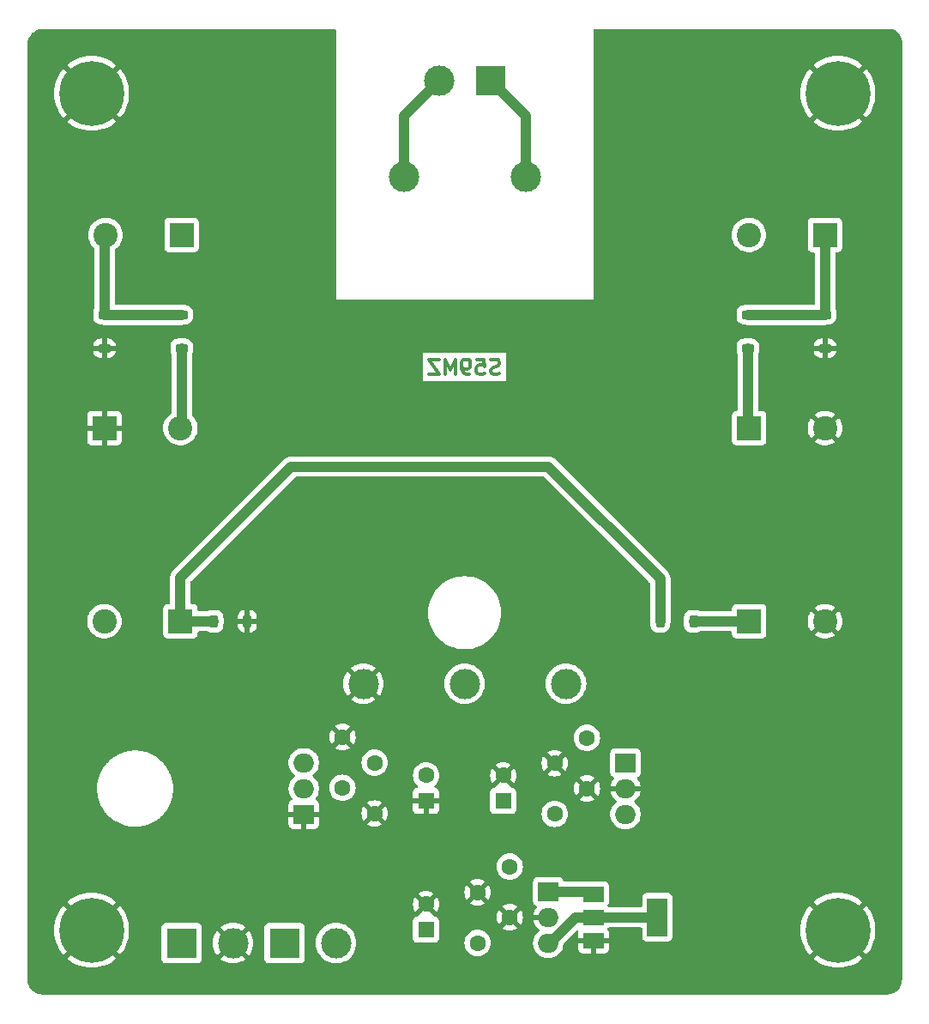
<source format=gbl>
G04 #@! TF.GenerationSoftware,KiCad,Pcbnew,7.0.9-7.0.9~ubuntu20.04.1*
G04 #@! TF.CreationDate,2023-12-22T19:52:22+01:00*
G04 #@! TF.ProjectId,kicad-trans_pwr,6b696361-642d-4747-9261-6e735f707772,1.0*
G04 #@! TF.SameCoordinates,Original*
G04 #@! TF.FileFunction,Copper,L2,Bot*
G04 #@! TF.FilePolarity,Positive*
%FSLAX46Y46*%
G04 Gerber Fmt 4.6, Leading zero omitted, Abs format (unit mm)*
G04 Created by KiCad (PCBNEW 7.0.9-7.0.9~ubuntu20.04.1) date 2023-12-22 19:52:22*
%MOMM*%
%LPD*%
G01*
G04 APERTURE LIST*
G04 Aperture macros list*
%AMRoundRect*
0 Rectangle with rounded corners*
0 $1 Rounding radius*
0 $2 $3 $4 $5 $6 $7 $8 $9 X,Y pos of 4 corners*
0 Add a 4 corners polygon primitive as box body*
4,1,4,$2,$3,$4,$5,$6,$7,$8,$9,$2,$3,0*
0 Add four circle primitives for the rounded corners*
1,1,$1+$1,$2,$3*
1,1,$1+$1,$4,$5*
1,1,$1+$1,$6,$7*
1,1,$1+$1,$8,$9*
0 Add four rect primitives between the rounded corners*
20,1,$1+$1,$2,$3,$4,$5,0*
20,1,$1+$1,$4,$5,$6,$7,0*
20,1,$1+$1,$6,$7,$8,$9,0*
20,1,$1+$1,$8,$9,$2,$3,0*%
G04 Aperture macros list end*
%ADD10C,0.300000*%
G04 #@! TA.AperFunction,NonConductor*
%ADD11C,0.300000*%
G04 #@! TD*
G04 #@! TA.AperFunction,ComponentPad*
%ADD12C,6.400000*%
G04 #@! TD*
G04 #@! TA.AperFunction,ComponentPad*
%ADD13C,1.600000*%
G04 #@! TD*
G04 #@! TA.AperFunction,ComponentPad*
%ADD14R,2.400000X2.400000*%
G04 #@! TD*
G04 #@! TA.AperFunction,ComponentPad*
%ADD15C,2.400000*%
G04 #@! TD*
G04 #@! TA.AperFunction,ComponentPad*
%ADD16R,2.000000X1.905000*%
G04 #@! TD*
G04 #@! TA.AperFunction,ComponentPad*
%ADD17C,4.900000*%
G04 #@! TD*
G04 #@! TA.AperFunction,ComponentPad*
%ADD18O,2.000000X1.905000*%
G04 #@! TD*
G04 #@! TA.AperFunction,ComponentPad*
%ADD19R,3.000000X3.000000*%
G04 #@! TD*
G04 #@! TA.AperFunction,ComponentPad*
%ADD20C,3.000000*%
G04 #@! TD*
G04 #@! TA.AperFunction,ComponentPad*
%ADD21R,1.600000X1.600000*%
G04 #@! TD*
G04 #@! TA.AperFunction,SMDPad,CuDef*
%ADD22RoundRect,0.225000X-0.375000X0.225000X-0.375000X-0.225000X0.375000X-0.225000X0.375000X0.225000X0*%
G04 #@! TD*
G04 #@! TA.AperFunction,SMDPad,CuDef*
%ADD23RoundRect,0.225000X0.375000X-0.225000X0.375000X0.225000X-0.375000X0.225000X-0.375000X-0.225000X0*%
G04 #@! TD*
G04 #@! TA.AperFunction,SMDPad,CuDef*
%ADD24RoundRect,0.225000X0.225000X0.375000X-0.225000X0.375000X-0.225000X-0.375000X0.225000X-0.375000X0*%
G04 #@! TD*
G04 #@! TA.AperFunction,SMDPad,CuDef*
%ADD25RoundRect,0.225000X-0.225000X-0.375000X0.225000X-0.375000X0.225000X0.375000X-0.225000X0.375000X0*%
G04 #@! TD*
G04 #@! TA.AperFunction,SMDPad,CuDef*
%ADD26R,2.000000X1.500000*%
G04 #@! TD*
G04 #@! TA.AperFunction,SMDPad,CuDef*
%ADD27R,2.000000X3.800000*%
G04 #@! TD*
G04 #@! TA.AperFunction,Conductor*
%ADD28C,1.000000*%
G04 #@! TD*
G04 APERTURE END LIST*
D10*
D11*
X117728570Y-63229400D02*
X117514285Y-63300828D01*
X117514285Y-63300828D02*
X117157142Y-63300828D01*
X117157142Y-63300828D02*
X117014285Y-63229400D01*
X117014285Y-63229400D02*
X116942856Y-63157971D01*
X116942856Y-63157971D02*
X116871427Y-63015114D01*
X116871427Y-63015114D02*
X116871427Y-62872257D01*
X116871427Y-62872257D02*
X116942856Y-62729400D01*
X116942856Y-62729400D02*
X117014285Y-62657971D01*
X117014285Y-62657971D02*
X117157142Y-62586542D01*
X117157142Y-62586542D02*
X117442856Y-62515114D01*
X117442856Y-62515114D02*
X117585713Y-62443685D01*
X117585713Y-62443685D02*
X117657142Y-62372257D01*
X117657142Y-62372257D02*
X117728570Y-62229400D01*
X117728570Y-62229400D02*
X117728570Y-62086542D01*
X117728570Y-62086542D02*
X117657142Y-61943685D01*
X117657142Y-61943685D02*
X117585713Y-61872257D01*
X117585713Y-61872257D02*
X117442856Y-61800828D01*
X117442856Y-61800828D02*
X117085713Y-61800828D01*
X117085713Y-61800828D02*
X116871427Y-61872257D01*
X115514285Y-61800828D02*
X116228571Y-61800828D01*
X116228571Y-61800828D02*
X116299999Y-62515114D01*
X116299999Y-62515114D02*
X116228571Y-62443685D01*
X116228571Y-62443685D02*
X116085714Y-62372257D01*
X116085714Y-62372257D02*
X115728571Y-62372257D01*
X115728571Y-62372257D02*
X115585714Y-62443685D01*
X115585714Y-62443685D02*
X115514285Y-62515114D01*
X115514285Y-62515114D02*
X115442856Y-62657971D01*
X115442856Y-62657971D02*
X115442856Y-63015114D01*
X115442856Y-63015114D02*
X115514285Y-63157971D01*
X115514285Y-63157971D02*
X115585714Y-63229400D01*
X115585714Y-63229400D02*
X115728571Y-63300828D01*
X115728571Y-63300828D02*
X116085714Y-63300828D01*
X116085714Y-63300828D02*
X116228571Y-63229400D01*
X116228571Y-63229400D02*
X116299999Y-63157971D01*
X114728571Y-63300828D02*
X114442857Y-63300828D01*
X114442857Y-63300828D02*
X114300000Y-63229400D01*
X114300000Y-63229400D02*
X114228571Y-63157971D01*
X114228571Y-63157971D02*
X114085714Y-62943685D01*
X114085714Y-62943685D02*
X114014285Y-62657971D01*
X114014285Y-62657971D02*
X114014285Y-62086542D01*
X114014285Y-62086542D02*
X114085714Y-61943685D01*
X114085714Y-61943685D02*
X114157143Y-61872257D01*
X114157143Y-61872257D02*
X114300000Y-61800828D01*
X114300000Y-61800828D02*
X114585714Y-61800828D01*
X114585714Y-61800828D02*
X114728571Y-61872257D01*
X114728571Y-61872257D02*
X114800000Y-61943685D01*
X114800000Y-61943685D02*
X114871428Y-62086542D01*
X114871428Y-62086542D02*
X114871428Y-62443685D01*
X114871428Y-62443685D02*
X114800000Y-62586542D01*
X114800000Y-62586542D02*
X114728571Y-62657971D01*
X114728571Y-62657971D02*
X114585714Y-62729400D01*
X114585714Y-62729400D02*
X114300000Y-62729400D01*
X114300000Y-62729400D02*
X114157143Y-62657971D01*
X114157143Y-62657971D02*
X114085714Y-62586542D01*
X114085714Y-62586542D02*
X114014285Y-62443685D01*
X113371429Y-63300828D02*
X113371429Y-61800828D01*
X113371429Y-61800828D02*
X112871429Y-62872257D01*
X112871429Y-62872257D02*
X112371429Y-61800828D01*
X112371429Y-61800828D02*
X112371429Y-63300828D01*
X111800000Y-61800828D02*
X110800000Y-61800828D01*
X110800000Y-61800828D02*
X111800000Y-63300828D01*
X111800000Y-63300828D02*
X110800000Y-63300828D01*
D12*
X77470000Y-118110000D03*
D13*
X102235000Y-99060000D03*
X102235000Y-104060000D03*
D12*
X151130000Y-118110000D03*
D13*
X118745000Y-111840000D03*
X118745000Y-116840000D03*
D12*
X151130000Y-35560000D03*
D13*
X123190000Y-106640000D03*
X123190000Y-101640000D03*
D14*
X142360000Y-87630000D03*
D15*
X149860000Y-87630000D03*
D16*
X130175000Y-101600000D03*
D17*
X146835000Y-104140000D03*
D18*
X130175000Y-104140000D03*
X130175000Y-106680000D03*
D19*
X86360000Y-119380000D03*
D20*
X91440000Y-119380000D03*
D13*
X105410000Y-106600000D03*
X105410000Y-101600000D03*
D19*
X96520000Y-119380000D03*
D20*
X101600000Y-119380000D03*
D19*
X116840000Y-34290000D03*
D20*
X111760000Y-34290000D03*
D13*
X126365000Y-99140000D03*
X126365000Y-104140000D03*
D12*
X77470000Y-35560000D03*
D16*
X122555000Y-114300000D03*
D17*
X139215000Y-116840000D03*
D18*
X122555000Y-116840000D03*
X122555000Y-119380000D03*
D13*
X115570000Y-119380000D03*
X115570000Y-114380000D03*
D21*
X110490000Y-105345112D03*
D13*
X110490000Y-102845112D03*
D16*
X98425000Y-106680000D03*
D18*
X98425000Y-104140000D03*
X98425000Y-101600000D03*
D21*
X110490000Y-118045113D03*
D13*
X110490000Y-115545113D03*
D14*
X78740000Y-68580000D03*
D15*
X86240000Y-68580000D03*
D20*
X120300000Y-43800000D03*
X108300000Y-43800000D03*
X104300000Y-93800000D03*
X114300000Y-93800000D03*
X124300000Y-93800000D03*
D14*
X86360000Y-49530000D03*
D15*
X78860000Y-49530000D03*
D21*
X118110000Y-105345113D03*
D13*
X118110000Y-102845113D03*
D14*
X86240000Y-87630000D03*
D15*
X78740000Y-87630000D03*
D14*
X142360000Y-68580000D03*
D15*
X149860000Y-68580000D03*
D14*
X149860000Y-49530000D03*
D15*
X142360000Y-49530000D03*
D22*
X86360000Y-57405000D03*
X86360000Y-60705000D03*
D23*
X142240000Y-60705000D03*
X142240000Y-57405000D03*
D24*
X136905000Y-87630000D03*
X133605000Y-87630000D03*
D25*
X89535000Y-87630000D03*
X92835000Y-87630000D03*
D23*
X78740000Y-60705000D03*
X78740000Y-57405000D03*
D26*
X127025000Y-119140000D03*
X127025000Y-116840000D03*
D27*
X133325000Y-116840000D03*
D26*
X127025000Y-114540000D03*
D22*
X149860000Y-57405000D03*
X149860000Y-60705000D03*
D28*
X122555000Y-72390000D02*
X97155000Y-72390000D01*
X133605000Y-87630000D02*
X133605000Y-83440000D01*
X86240000Y-83305000D02*
X86240000Y-87630000D01*
X97155000Y-72390000D02*
X86240000Y-83305000D01*
X133605000Y-83440000D02*
X122555000Y-72390000D01*
X89535000Y-87630000D02*
X86240000Y-87630000D01*
X122555000Y-114300000D02*
X126785000Y-114300000D01*
X136905000Y-87630000D02*
X142360000Y-87630000D01*
X126785000Y-114300000D02*
X127025000Y-114540000D01*
X122682331Y-119380000D02*
X122555000Y-119380000D01*
X127025000Y-116840000D02*
X125222331Y-116840000D01*
X133325000Y-116840000D02*
X127025000Y-116840000D01*
X125222331Y-116840000D02*
X122682331Y-119380000D01*
X149860000Y-57405000D02*
X142240000Y-57405000D01*
X149860000Y-57405000D02*
X149860000Y-49530000D01*
X142240000Y-60705000D02*
X142240000Y-68460000D01*
X142240000Y-68460000D02*
X142360000Y-68580000D01*
X86360000Y-68460000D02*
X86240000Y-68580000D01*
X86360000Y-60705000D02*
X86360000Y-68460000D01*
X78740000Y-57405000D02*
X86360000Y-57405000D01*
X78740000Y-57405000D02*
X78740000Y-49650000D01*
X78740000Y-49650000D02*
X78860000Y-49530000D01*
X120300000Y-37750000D02*
X116840000Y-34290000D01*
X120300000Y-43800000D02*
X120300000Y-37750000D01*
X108300000Y-43800000D02*
X108300000Y-37750000D01*
X108300000Y-37750000D02*
X111760000Y-34290000D01*
G04 #@! TA.AperFunction,Conductor*
G36*
X101543039Y-29230185D02*
G01*
X101588794Y-29282989D01*
X101600000Y-29334500D01*
X101600000Y-55880000D01*
X127000000Y-55880000D01*
X127000000Y-49530004D01*
X140654732Y-49530004D01*
X140673777Y-49784154D01*
X140673778Y-49784157D01*
X140730492Y-50032637D01*
X140823607Y-50269888D01*
X140951041Y-50490612D01*
X141109950Y-50689877D01*
X141296783Y-50863232D01*
X141507366Y-51006805D01*
X141507371Y-51006807D01*
X141507372Y-51006808D01*
X141507373Y-51006809D01*
X141604001Y-51053342D01*
X141736992Y-51117387D01*
X141736993Y-51117387D01*
X141736996Y-51117389D01*
X141980542Y-51192513D01*
X142232565Y-51230500D01*
X142487435Y-51230500D01*
X142739458Y-51192513D01*
X142983004Y-51117389D01*
X143212634Y-51006805D01*
X143423217Y-50863232D01*
X143610050Y-50689877D01*
X143768959Y-50490612D01*
X143896393Y-50269888D01*
X143989508Y-50032637D01*
X144046222Y-49784157D01*
X144065268Y-49530000D01*
X144046222Y-49275843D01*
X143989508Y-49027363D01*
X143896393Y-48790112D01*
X143768959Y-48569388D01*
X143610050Y-48370123D01*
X143423217Y-48196768D01*
X143212634Y-48053195D01*
X143212630Y-48053193D01*
X143212627Y-48053191D01*
X143212626Y-48053190D01*
X142983006Y-47942612D01*
X142983008Y-47942612D01*
X142739466Y-47867489D01*
X142739462Y-47867488D01*
X142739458Y-47867487D01*
X142618231Y-47849214D01*
X142487440Y-47829500D01*
X142487435Y-47829500D01*
X142232565Y-47829500D01*
X142232559Y-47829500D01*
X142075609Y-47853157D01*
X141980542Y-47867487D01*
X141980539Y-47867488D01*
X141980533Y-47867489D01*
X141736992Y-47942612D01*
X141507373Y-48053190D01*
X141507372Y-48053191D01*
X141296782Y-48196768D01*
X141109952Y-48370121D01*
X141109950Y-48370123D01*
X140951041Y-48569388D01*
X140823608Y-48790109D01*
X140730492Y-49027362D01*
X140730490Y-49027369D01*
X140673777Y-49275845D01*
X140654732Y-49529995D01*
X140654732Y-49530004D01*
X127000000Y-49530004D01*
X127000000Y-35560000D01*
X147424922Y-35560000D01*
X147445219Y-35947287D01*
X147505886Y-36330323D01*
X147505887Y-36330330D01*
X147606262Y-36704936D01*
X147745244Y-37066994D01*
X147921310Y-37412543D01*
X148132531Y-37737793D01*
X148341095Y-37995350D01*
X148341096Y-37995350D01*
X149832266Y-36504180D01*
X149995130Y-36694870D01*
X150185819Y-36857733D01*
X148694648Y-38348903D01*
X148694649Y-38348904D01*
X148952206Y-38557468D01*
X149277456Y-38768689D01*
X149623005Y-38944755D01*
X149985063Y-39083737D01*
X150359669Y-39184112D01*
X150359676Y-39184113D01*
X150742712Y-39244780D01*
X151129999Y-39265078D01*
X151130001Y-39265078D01*
X151517287Y-39244780D01*
X151900323Y-39184113D01*
X151900330Y-39184112D01*
X152274936Y-39083737D01*
X152636994Y-38944755D01*
X152982543Y-38768689D01*
X153307783Y-38557476D01*
X153307785Y-38557475D01*
X153565349Y-38348902D01*
X152074180Y-36857733D01*
X152264870Y-36694870D01*
X152427733Y-36504180D01*
X153918902Y-37995349D01*
X154127475Y-37737785D01*
X154127476Y-37737783D01*
X154338689Y-37412543D01*
X154514755Y-37066994D01*
X154653737Y-36704936D01*
X154754112Y-36330330D01*
X154754113Y-36330323D01*
X154814780Y-35947287D01*
X154835078Y-35560000D01*
X154835078Y-35559999D01*
X154814780Y-35172712D01*
X154754113Y-34789676D01*
X154754112Y-34789669D01*
X154653737Y-34415063D01*
X154514755Y-34053005D01*
X154338689Y-33707456D01*
X154127468Y-33382206D01*
X153918904Y-33124649D01*
X153918903Y-33124648D01*
X152427732Y-34615818D01*
X152264870Y-34425130D01*
X152074180Y-34262266D01*
X153565350Y-32771096D01*
X153565350Y-32771095D01*
X153307793Y-32562531D01*
X152982543Y-32351310D01*
X152636994Y-32175244D01*
X152274936Y-32036262D01*
X151900330Y-31935887D01*
X151900323Y-31935886D01*
X151517287Y-31875219D01*
X151130001Y-31854922D01*
X151129999Y-31854922D01*
X150742712Y-31875219D01*
X150359676Y-31935886D01*
X150359669Y-31935887D01*
X149985063Y-32036262D01*
X149623005Y-32175244D01*
X149277456Y-32351310D01*
X148952206Y-32562531D01*
X148694648Y-32771095D01*
X148694648Y-32771096D01*
X150185819Y-34262266D01*
X149995130Y-34425130D01*
X149832266Y-34615818D01*
X148341096Y-33124648D01*
X148341095Y-33124648D01*
X148132531Y-33382206D01*
X147921310Y-33707456D01*
X147745244Y-34053005D01*
X147606262Y-34415063D01*
X147505887Y-34789669D01*
X147505886Y-34789676D01*
X147445219Y-35172712D01*
X147424922Y-35559999D01*
X147424922Y-35560000D01*
X127000000Y-35560000D01*
X127000000Y-29334500D01*
X127019685Y-29267461D01*
X127072489Y-29221706D01*
X127124000Y-29210500D01*
X156207562Y-29210500D01*
X156212426Y-29210690D01*
X156266977Y-29214984D01*
X156407579Y-29227285D01*
X156425696Y-29230235D01*
X156506020Y-29249520D01*
X156551511Y-29261709D01*
X156616713Y-29279181D01*
X156624400Y-29281790D01*
X156661685Y-29297233D01*
X156710959Y-29317643D01*
X156804733Y-29361371D01*
X156809955Y-29363806D01*
X156816154Y-29367136D01*
X156896778Y-29416543D01*
X156899926Y-29418608D01*
X156986606Y-29479302D01*
X156991285Y-29482924D01*
X157063840Y-29544892D01*
X157067389Y-29548173D01*
X157141824Y-29622608D01*
X157145109Y-29626162D01*
X157207070Y-29698708D01*
X157210707Y-29703406D01*
X157271385Y-29790064D01*
X157273462Y-29793231D01*
X157322862Y-29873845D01*
X157326192Y-29880042D01*
X157372358Y-29979043D01*
X157408208Y-30065598D01*
X157410817Y-30073284D01*
X157440485Y-30184002D01*
X157459760Y-30264290D01*
X157462714Y-30282429D01*
X157475020Y-30423083D01*
X157479309Y-30477575D01*
X157479500Y-30482441D01*
X157479500Y-122933783D01*
X157479342Y-122938208D01*
X157474519Y-123005631D01*
X157462666Y-123156229D01*
X157461439Y-123164552D01*
X157440573Y-123260474D01*
X157412039Y-123379321D01*
X157409841Y-123386519D01*
X157373423Y-123484165D01*
X157328627Y-123592308D01*
X157325761Y-123598297D01*
X157275306Y-123690702D01*
X157273753Y-123693384D01*
X157214273Y-123790448D01*
X157211041Y-123795211D01*
X157147390Y-123880238D01*
X157144901Y-123883349D01*
X157071487Y-123969305D01*
X157068181Y-123972881D01*
X156992881Y-124048181D01*
X156989305Y-124051487D01*
X156903349Y-124124901D01*
X156900238Y-124127390D01*
X156815211Y-124191041D01*
X156810448Y-124194273D01*
X156713384Y-124253753D01*
X156710702Y-124255306D01*
X156618297Y-124305761D01*
X156612308Y-124308627D01*
X156504165Y-124353423D01*
X156406519Y-124389841D01*
X156399321Y-124392039D01*
X156280474Y-124420573D01*
X156184552Y-124441439D01*
X156176229Y-124442666D01*
X156025631Y-124454519D01*
X155958209Y-124459342D01*
X155953784Y-124459500D01*
X72646216Y-124459500D01*
X72641791Y-124459342D01*
X72574368Y-124454519D01*
X72423769Y-124442666D01*
X72415446Y-124441439D01*
X72319525Y-124420573D01*
X72200677Y-124392039D01*
X72193479Y-124389841D01*
X72095834Y-124353423D01*
X71987690Y-124308627D01*
X71981701Y-124305761D01*
X71889296Y-124255306D01*
X71886614Y-124253753D01*
X71879217Y-124249220D01*
X71789536Y-124194264D01*
X71784805Y-124191053D01*
X71699738Y-124127373D01*
X71696657Y-124124908D01*
X71610693Y-124051487D01*
X71607117Y-124048181D01*
X71531817Y-123972881D01*
X71528511Y-123969305D01*
X71455085Y-123883334D01*
X71452632Y-123880268D01*
X71388939Y-123795185D01*
X71385741Y-123790472D01*
X71326232Y-123693363D01*
X71324708Y-123690730D01*
X71298934Y-123643528D01*
X71274237Y-123598297D01*
X71271371Y-123592307D01*
X71250742Y-123542505D01*
X71226582Y-123484181D01*
X71203515Y-123422335D01*
X71190157Y-123386519D01*
X71187959Y-123379320D01*
X71159426Y-123260474D01*
X71138560Y-123164552D01*
X71137332Y-123156228D01*
X71125487Y-123005728D01*
X71120658Y-122938208D01*
X71120500Y-122933785D01*
X71120500Y-118110000D01*
X73764922Y-118110000D01*
X73785219Y-118497287D01*
X73845886Y-118880323D01*
X73845887Y-118880330D01*
X73946262Y-119254936D01*
X74085244Y-119616994D01*
X74261310Y-119962543D01*
X74472531Y-120287793D01*
X74681095Y-120545350D01*
X74681096Y-120545350D01*
X76172266Y-119054180D01*
X76335130Y-119244870D01*
X76525819Y-119407733D01*
X75034648Y-120898903D01*
X75034649Y-120898904D01*
X75292206Y-121107468D01*
X75617456Y-121318689D01*
X75963005Y-121494755D01*
X76325063Y-121633737D01*
X76699669Y-121734112D01*
X76699676Y-121734113D01*
X77082712Y-121794780D01*
X77469999Y-121815078D01*
X77470001Y-121815078D01*
X77857287Y-121794780D01*
X78240323Y-121734113D01*
X78240330Y-121734112D01*
X78614936Y-121633737D01*
X78976994Y-121494755D01*
X79322543Y-121318689D01*
X79647783Y-121107476D01*
X79647785Y-121107475D01*
X79869577Y-120927870D01*
X84359500Y-120927870D01*
X84359501Y-120927876D01*
X84365908Y-120987483D01*
X84416202Y-121122328D01*
X84416206Y-121122335D01*
X84502452Y-121237544D01*
X84502455Y-121237547D01*
X84617664Y-121323793D01*
X84617671Y-121323797D01*
X84752517Y-121374091D01*
X84752516Y-121374091D01*
X84759444Y-121374835D01*
X84812127Y-121380500D01*
X87907872Y-121380499D01*
X87967483Y-121374091D01*
X88102331Y-121323796D01*
X88217546Y-121237546D01*
X88303796Y-121122331D01*
X88354091Y-120987483D01*
X88360500Y-120927873D01*
X88360500Y-119380001D01*
X89434891Y-119380001D01*
X89455300Y-119665362D01*
X89516109Y-119944895D01*
X89616091Y-120212958D01*
X89753191Y-120464038D01*
X89753196Y-120464046D01*
X89859882Y-120606561D01*
X89859883Y-120606562D01*
X90755195Y-119711250D01*
X90777340Y-119762587D01*
X90883433Y-119905094D01*
X91019530Y-120019294D01*
X91109216Y-120064335D01*
X90213436Y-120960115D01*
X90355960Y-121066807D01*
X90355961Y-121066808D01*
X90607042Y-121203908D01*
X90607041Y-121203908D01*
X90875104Y-121303890D01*
X91154637Y-121364699D01*
X91439999Y-121385109D01*
X91440001Y-121385109D01*
X91725362Y-121364699D01*
X92004895Y-121303890D01*
X92272958Y-121203908D01*
X92524047Y-121066803D01*
X92666561Y-120960116D01*
X92666562Y-120960115D01*
X92634317Y-120927870D01*
X94519500Y-120927870D01*
X94519501Y-120927876D01*
X94525908Y-120987483D01*
X94576202Y-121122328D01*
X94576206Y-121122335D01*
X94662452Y-121237544D01*
X94662455Y-121237547D01*
X94777664Y-121323793D01*
X94777671Y-121323797D01*
X94912517Y-121374091D01*
X94912516Y-121374091D01*
X94919444Y-121374835D01*
X94972127Y-121380500D01*
X98067872Y-121380499D01*
X98127483Y-121374091D01*
X98262331Y-121323796D01*
X98377546Y-121237546D01*
X98463796Y-121122331D01*
X98514091Y-120987483D01*
X98520500Y-120927873D01*
X98520500Y-119380001D01*
X99594390Y-119380001D01*
X99614804Y-119665433D01*
X99675628Y-119945037D01*
X99675630Y-119945043D01*
X99675631Y-119945046D01*
X99762310Y-120177441D01*
X99775635Y-120213166D01*
X99912770Y-120464309D01*
X99912775Y-120464317D01*
X100084254Y-120693387D01*
X100084270Y-120693405D01*
X100286594Y-120895729D01*
X100286612Y-120895745D01*
X100515682Y-121067224D01*
X100515690Y-121067229D01*
X100766833Y-121204364D01*
X100766832Y-121204364D01*
X100766836Y-121204365D01*
X100766839Y-121204367D01*
X101034954Y-121304369D01*
X101034960Y-121304370D01*
X101034962Y-121304371D01*
X101314566Y-121365195D01*
X101314568Y-121365195D01*
X101314572Y-121365196D01*
X101568220Y-121383337D01*
X101599999Y-121385610D01*
X101600000Y-121385610D01*
X101600001Y-121385610D01*
X101628595Y-121383564D01*
X101885428Y-121365196D01*
X102075742Y-121323796D01*
X102165037Y-121304371D01*
X102165037Y-121304370D01*
X102165046Y-121304369D01*
X102433161Y-121204367D01*
X102684315Y-121067226D01*
X102913395Y-120895739D01*
X103115739Y-120693395D01*
X103287226Y-120464315D01*
X103424367Y-120213161D01*
X103524369Y-119945046D01*
X103585196Y-119665428D01*
X103604895Y-119390000D01*
X103605610Y-119380001D01*
X114264532Y-119380001D01*
X114284364Y-119606686D01*
X114284366Y-119606697D01*
X114343258Y-119826488D01*
X114343261Y-119826497D01*
X114439431Y-120032732D01*
X114439432Y-120032734D01*
X114569954Y-120219141D01*
X114730858Y-120380045D01*
X114735932Y-120383598D01*
X114917266Y-120510568D01*
X115123504Y-120606739D01*
X115343308Y-120665635D01*
X115505230Y-120679801D01*
X115569998Y-120685468D01*
X115570000Y-120685468D01*
X115570002Y-120685468D01*
X115626673Y-120680509D01*
X115796692Y-120665635D01*
X116016496Y-120606739D01*
X116222734Y-120510568D01*
X116409139Y-120380047D01*
X116570047Y-120219139D01*
X116700568Y-120032734D01*
X116796739Y-119826496D01*
X116855635Y-119606692D01*
X116864934Y-119500399D01*
X121054500Y-119500399D01*
X121070353Y-119595404D01*
X121094134Y-119737916D01*
X121172318Y-119965656D01*
X121172321Y-119965665D01*
X121286929Y-120177441D01*
X121314573Y-120212958D01*
X121434829Y-120367463D01*
X121611990Y-120530551D01*
X121813578Y-120662255D01*
X122034095Y-120758983D01*
X122267524Y-120818095D01*
X122447400Y-120833000D01*
X122447402Y-120833000D01*
X122662598Y-120833000D01*
X122662600Y-120833000D01*
X122842476Y-120818095D01*
X123075905Y-120758983D01*
X123296422Y-120662255D01*
X123498010Y-120530551D01*
X123675171Y-120367463D01*
X123823072Y-120177439D01*
X123937679Y-119965664D01*
X124015866Y-119737913D01*
X124055500Y-119500399D01*
X124055500Y-119473113D01*
X124075185Y-119406074D01*
X124088137Y-119390000D01*
X125525000Y-119390000D01*
X125525000Y-119937844D01*
X125531401Y-119997372D01*
X125531403Y-119997379D01*
X125581645Y-120132086D01*
X125581649Y-120132093D01*
X125667809Y-120247187D01*
X125667812Y-120247190D01*
X125782906Y-120333350D01*
X125782913Y-120333354D01*
X125917620Y-120383596D01*
X125917627Y-120383598D01*
X125977155Y-120389999D01*
X125977172Y-120390000D01*
X126775000Y-120390000D01*
X126775000Y-119390000D01*
X127275000Y-119390000D01*
X127275000Y-120390000D01*
X128072828Y-120390000D01*
X128072844Y-120389999D01*
X128132372Y-120383598D01*
X128132379Y-120383596D01*
X128267086Y-120333354D01*
X128267093Y-120333350D01*
X128382187Y-120247190D01*
X128382190Y-120247187D01*
X128468350Y-120132093D01*
X128468354Y-120132086D01*
X128518596Y-119997379D01*
X128518598Y-119997372D01*
X128524999Y-119937844D01*
X128525000Y-119937827D01*
X128525000Y-119390000D01*
X127275000Y-119390000D01*
X126775000Y-119390000D01*
X125525000Y-119390000D01*
X124088137Y-119390000D01*
X124091814Y-119385437D01*
X125328669Y-118148581D01*
X125389990Y-118115098D01*
X125459682Y-118120082D01*
X125515615Y-118161954D01*
X125540032Y-118227418D01*
X125533182Y-118275068D01*
X125533187Y-118275070D01*
X125533175Y-118275118D01*
X125532533Y-118279589D01*
X125531404Y-118282616D01*
X125531401Y-118282627D01*
X125525000Y-118342155D01*
X125525000Y-118890000D01*
X128525000Y-118890000D01*
X128525000Y-118342172D01*
X128524999Y-118342155D01*
X128518598Y-118282627D01*
X128518596Y-118282620D01*
X128468354Y-118147913D01*
X128468353Y-118147911D01*
X128406082Y-118064728D01*
X128381665Y-117999264D01*
X128396516Y-117930991D01*
X128406083Y-117916105D01*
X128425485Y-117890188D01*
X128481420Y-117848317D01*
X128524751Y-117840500D01*
X131700501Y-117840500D01*
X131767540Y-117860185D01*
X131813295Y-117912989D01*
X131824501Y-117964500D01*
X131824501Y-118787876D01*
X131830908Y-118847483D01*
X131881202Y-118982328D01*
X131881206Y-118982335D01*
X131967452Y-119097544D01*
X131967455Y-119097547D01*
X132082664Y-119183793D01*
X132082671Y-119183797D01*
X132217517Y-119234091D01*
X132217516Y-119234091D01*
X132224444Y-119234835D01*
X132277127Y-119240500D01*
X134372872Y-119240499D01*
X134432483Y-119234091D01*
X134567331Y-119183796D01*
X134682546Y-119097546D01*
X134768796Y-118982331D01*
X134819091Y-118847483D01*
X134825500Y-118787873D01*
X134825500Y-118110000D01*
X147424922Y-118110000D01*
X147445219Y-118497287D01*
X147505886Y-118880323D01*
X147505887Y-118880330D01*
X147606262Y-119254936D01*
X147745244Y-119616994D01*
X147921310Y-119962543D01*
X148132531Y-120287793D01*
X148341095Y-120545350D01*
X148341096Y-120545350D01*
X149832266Y-119054180D01*
X149995130Y-119244870D01*
X150185819Y-119407733D01*
X148694648Y-120898903D01*
X148694649Y-120898904D01*
X148952206Y-121107468D01*
X149277456Y-121318689D01*
X149623005Y-121494755D01*
X149985063Y-121633737D01*
X150359669Y-121734112D01*
X150359676Y-121734113D01*
X150742712Y-121794780D01*
X151129999Y-121815078D01*
X151130001Y-121815078D01*
X151517287Y-121794780D01*
X151900323Y-121734113D01*
X151900330Y-121734112D01*
X152274936Y-121633737D01*
X152636994Y-121494755D01*
X152982543Y-121318689D01*
X153307783Y-121107476D01*
X153307785Y-121107475D01*
X153565349Y-120898902D01*
X152074180Y-119407733D01*
X152264870Y-119244870D01*
X152427733Y-119054180D01*
X153918902Y-120545349D01*
X154127475Y-120287785D01*
X154127476Y-120287783D01*
X154338689Y-119962543D01*
X154514755Y-119616994D01*
X154653737Y-119254936D01*
X154754112Y-118880330D01*
X154754113Y-118880323D01*
X154814780Y-118497287D01*
X154835078Y-118110000D01*
X154835078Y-118109999D01*
X154814780Y-117722712D01*
X154754113Y-117339676D01*
X154754112Y-117339669D01*
X154653737Y-116965063D01*
X154514755Y-116603005D01*
X154338689Y-116257456D01*
X154127468Y-115932206D01*
X153918904Y-115674649D01*
X153918903Y-115674648D01*
X152427732Y-117165818D01*
X152264870Y-116975130D01*
X152074180Y-116812266D01*
X153565350Y-115321096D01*
X153565350Y-115321095D01*
X153307793Y-115112531D01*
X152982543Y-114901310D01*
X152636994Y-114725244D01*
X152274936Y-114586262D01*
X151900330Y-114485887D01*
X151900323Y-114485886D01*
X151517287Y-114425219D01*
X151130001Y-114404922D01*
X151129999Y-114404922D01*
X150742712Y-114425219D01*
X150359676Y-114485886D01*
X150359669Y-114485887D01*
X149985063Y-114586262D01*
X149623005Y-114725244D01*
X149277456Y-114901310D01*
X148952206Y-115112531D01*
X148694648Y-115321095D01*
X148694648Y-115321096D01*
X150185819Y-116812266D01*
X149995130Y-116975130D01*
X149832266Y-117165818D01*
X148341096Y-115674648D01*
X148341095Y-115674648D01*
X148132531Y-115932206D01*
X147921310Y-116257456D01*
X147745244Y-116603005D01*
X147606262Y-116965063D01*
X147505887Y-117339669D01*
X147505886Y-117339676D01*
X147445219Y-117722712D01*
X147424922Y-118109999D01*
X147424922Y-118110000D01*
X134825500Y-118110000D01*
X134825499Y-114892128D01*
X134819091Y-114832517D01*
X134814288Y-114819640D01*
X134768797Y-114697671D01*
X134768793Y-114697664D01*
X134682547Y-114582455D01*
X134682544Y-114582452D01*
X134567335Y-114496206D01*
X134567328Y-114496202D01*
X134432482Y-114445908D01*
X134432483Y-114445908D01*
X134372883Y-114439501D01*
X134372881Y-114439500D01*
X134372873Y-114439500D01*
X134372864Y-114439500D01*
X132277129Y-114439500D01*
X132277123Y-114439501D01*
X132217516Y-114445908D01*
X132082671Y-114496202D01*
X132082664Y-114496206D01*
X131967455Y-114582452D01*
X131967452Y-114582455D01*
X131881206Y-114697664D01*
X131881202Y-114697671D01*
X131830908Y-114832517D01*
X131824501Y-114892116D01*
X131824501Y-114892123D01*
X131824500Y-114892135D01*
X131824500Y-115715500D01*
X131804815Y-115782539D01*
X131752011Y-115828294D01*
X131700500Y-115839500D01*
X128524751Y-115839500D01*
X128457712Y-115819815D01*
X128425484Y-115789811D01*
X128406394Y-115764310D01*
X128381977Y-115698846D01*
X128396829Y-115630573D01*
X128406390Y-115615693D01*
X128468796Y-115532331D01*
X128519091Y-115397483D01*
X128525500Y-115337873D01*
X128525499Y-113742128D01*
X128519091Y-113682517D01*
X128508651Y-113654527D01*
X128468797Y-113547671D01*
X128468793Y-113547664D01*
X128382547Y-113432455D01*
X128382544Y-113432452D01*
X128267335Y-113346206D01*
X128267328Y-113346202D01*
X128132482Y-113295908D01*
X128132483Y-113295908D01*
X128072883Y-113289501D01*
X128072881Y-113289500D01*
X128072873Y-113289500D01*
X128072864Y-113289500D01*
X125977129Y-113289500D01*
X125977123Y-113289501D01*
X125917516Y-113295908D01*
X125916382Y-113296177D01*
X125887867Y-113299500D01*
X124157372Y-113299500D01*
X124090333Y-113279815D01*
X124044578Y-113227011D01*
X124041190Y-113218833D01*
X123998797Y-113105171D01*
X123998793Y-113105164D01*
X123912547Y-112989955D01*
X123912544Y-112989952D01*
X123797335Y-112903706D01*
X123797328Y-112903702D01*
X123662482Y-112853408D01*
X123662483Y-112853408D01*
X123602883Y-112847001D01*
X123602881Y-112847000D01*
X123602873Y-112847000D01*
X123602864Y-112847000D01*
X121507129Y-112847000D01*
X121507123Y-112847001D01*
X121447516Y-112853408D01*
X121312671Y-112903702D01*
X121312664Y-112903706D01*
X121197455Y-112989952D01*
X121197452Y-112989955D01*
X121111206Y-113105164D01*
X121111202Y-113105171D01*
X121060908Y-113240017D01*
X121054501Y-113299616D01*
X121054500Y-113299635D01*
X121054500Y-115300370D01*
X121054501Y-115300376D01*
X121060908Y-115359983D01*
X121111202Y-115494828D01*
X121111206Y-115494835D01*
X121197452Y-115610044D01*
X121197455Y-115610047D01*
X121312664Y-115696293D01*
X121312671Y-115696297D01*
X121312674Y-115696298D01*
X121343802Y-115707907D01*
X121399736Y-115749777D01*
X121424155Y-115815241D01*
X121409305Y-115883514D01*
X121398325Y-115900252D01*
X121287345Y-116042838D01*
X121287344Y-116042840D01*
X121172784Y-116254531D01*
X121172778Y-116254545D01*
X121094619Y-116482208D01*
X121076633Y-116589999D01*
X121076634Y-116590000D01*
X122060148Y-116590000D01*
X122011441Y-116727047D01*
X122001123Y-116877886D01*
X122031884Y-117025915D01*
X122065090Y-117090000D01*
X121076633Y-117090000D01*
X121094619Y-117197791D01*
X121172778Y-117425454D01*
X121172784Y-117425468D01*
X121287344Y-117637159D01*
X121287350Y-117637168D01*
X121435193Y-117827116D01*
X121435202Y-117827126D01*
X121612297Y-117990154D01*
X121612296Y-117990154D01*
X121636385Y-118005892D01*
X121681742Y-118059038D01*
X121691166Y-118128269D01*
X121661664Y-118191605D01*
X121636389Y-118213507D01*
X121611994Y-118229446D01*
X121611988Y-118229450D01*
X121434832Y-118392534D01*
X121434829Y-118392537D01*
X121391305Y-118448456D01*
X121286929Y-118582558D01*
X121172321Y-118794334D01*
X121172318Y-118794343D01*
X121094134Y-119022083D01*
X121067149Y-119183797D01*
X121054500Y-119259601D01*
X121054500Y-119500399D01*
X116864934Y-119500399D01*
X116875468Y-119380000D01*
X116872459Y-119345612D01*
X116867499Y-119288910D01*
X116855635Y-119153308D01*
X116796739Y-118933504D01*
X116700568Y-118727266D01*
X116570047Y-118540861D01*
X116570045Y-118540858D01*
X116409141Y-118379954D01*
X116222734Y-118249432D01*
X116222732Y-118249431D01*
X116016497Y-118153261D01*
X116016488Y-118153258D01*
X115796697Y-118094366D01*
X115796693Y-118094365D01*
X115796692Y-118094365D01*
X115796691Y-118094364D01*
X115796686Y-118094364D01*
X115570002Y-118074532D01*
X115569998Y-118074532D01*
X115343313Y-118094364D01*
X115343302Y-118094366D01*
X115123511Y-118153258D01*
X115123502Y-118153261D01*
X114917267Y-118249431D01*
X114917265Y-118249432D01*
X114730858Y-118379954D01*
X114569954Y-118540858D01*
X114439432Y-118727265D01*
X114439431Y-118727267D01*
X114343261Y-118933502D01*
X114343258Y-118933511D01*
X114284366Y-119153302D01*
X114284364Y-119153313D01*
X114264532Y-119379998D01*
X114264532Y-119380001D01*
X103605610Y-119380001D01*
X103605610Y-119379998D01*
X103595174Y-119234091D01*
X103585196Y-119094572D01*
X103583646Y-119087448D01*
X103524371Y-118814962D01*
X103524370Y-118814960D01*
X103524369Y-118814954D01*
X103424367Y-118546839D01*
X103397309Y-118497287D01*
X103287229Y-118295690D01*
X103287224Y-118295682D01*
X103115745Y-118066612D01*
X103115729Y-118066594D01*
X102913405Y-117864270D01*
X102913387Y-117864254D01*
X102684317Y-117692775D01*
X102684309Y-117692770D01*
X102433166Y-117555635D01*
X102433167Y-117555635D01*
X102325915Y-117515632D01*
X102165046Y-117455631D01*
X102165043Y-117455630D01*
X102165037Y-117455628D01*
X101885433Y-117394804D01*
X101600001Y-117374390D01*
X101599999Y-117374390D01*
X101314566Y-117394804D01*
X101034962Y-117455628D01*
X100766833Y-117555635D01*
X100515690Y-117692770D01*
X100515682Y-117692775D01*
X100286612Y-117864254D01*
X100286594Y-117864270D01*
X100084270Y-118066594D01*
X100084254Y-118066612D01*
X99912775Y-118295682D01*
X99912770Y-118295690D01*
X99775635Y-118546833D01*
X99675628Y-118814962D01*
X99614804Y-119094566D01*
X99594390Y-119379998D01*
X99594390Y-119380001D01*
X98520500Y-119380001D01*
X98520499Y-117832128D01*
X98514091Y-117772517D01*
X98508097Y-117756447D01*
X98463797Y-117637671D01*
X98463793Y-117637664D01*
X98377547Y-117522455D01*
X98377544Y-117522452D01*
X98262335Y-117436206D01*
X98262328Y-117436202D01*
X98127482Y-117385908D01*
X98127483Y-117385908D01*
X98067883Y-117379501D01*
X98067881Y-117379500D01*
X98067873Y-117379500D01*
X98067864Y-117379500D01*
X94972129Y-117379500D01*
X94972123Y-117379501D01*
X94912516Y-117385908D01*
X94777671Y-117436202D01*
X94777664Y-117436206D01*
X94662455Y-117522452D01*
X94662452Y-117522455D01*
X94576206Y-117637664D01*
X94576202Y-117637671D01*
X94525908Y-117772517D01*
X94519501Y-117832116D01*
X94519501Y-117832123D01*
X94519500Y-117832135D01*
X94519500Y-120927870D01*
X92634317Y-120927870D01*
X91773748Y-120067300D01*
X91783409Y-120063784D01*
X91931844Y-119966157D01*
X92053764Y-119836930D01*
X92125768Y-119712215D01*
X93020115Y-120606562D01*
X93020116Y-120606561D01*
X93126803Y-120464047D01*
X93263908Y-120212958D01*
X93363890Y-119944895D01*
X93424699Y-119665362D01*
X93445109Y-119380001D01*
X93445109Y-119379998D01*
X93424699Y-119094637D01*
X93363890Y-118815104D01*
X93263908Y-118547041D01*
X93126808Y-118295961D01*
X93126807Y-118295960D01*
X93020115Y-118153436D01*
X92124803Y-119048747D01*
X92102660Y-118997413D01*
X91996567Y-118854906D01*
X91860470Y-118740706D01*
X91770782Y-118695663D01*
X92666562Y-117799883D01*
X92666561Y-117799882D01*
X92524046Y-117693196D01*
X92524038Y-117693191D01*
X92272957Y-117556091D01*
X92272958Y-117556091D01*
X92004895Y-117456109D01*
X91725362Y-117395300D01*
X91440001Y-117374891D01*
X91439999Y-117374891D01*
X91154637Y-117395300D01*
X90875104Y-117456109D01*
X90607041Y-117556091D01*
X90355961Y-117693191D01*
X90355953Y-117693196D01*
X90213437Y-117799882D01*
X90213436Y-117799883D01*
X91106252Y-118692699D01*
X91096591Y-118696216D01*
X90948156Y-118793843D01*
X90826236Y-118923070D01*
X90754231Y-119047784D01*
X89859883Y-118153436D01*
X89859882Y-118153437D01*
X89753196Y-118295953D01*
X89753191Y-118295961D01*
X89616091Y-118547041D01*
X89516109Y-118815104D01*
X89455300Y-119094637D01*
X89434891Y-119379998D01*
X89434891Y-119380001D01*
X88360500Y-119380001D01*
X88360499Y-117832128D01*
X88354091Y-117772517D01*
X88348097Y-117756447D01*
X88303797Y-117637671D01*
X88303793Y-117637664D01*
X88217547Y-117522455D01*
X88217544Y-117522452D01*
X88102335Y-117436206D01*
X88102328Y-117436202D01*
X87967482Y-117385908D01*
X87967483Y-117385908D01*
X87907883Y-117379501D01*
X87907881Y-117379500D01*
X87907873Y-117379500D01*
X87907864Y-117379500D01*
X84812129Y-117379500D01*
X84812123Y-117379501D01*
X84752516Y-117385908D01*
X84617671Y-117436202D01*
X84617664Y-117436206D01*
X84502455Y-117522452D01*
X84502452Y-117522455D01*
X84416206Y-117637664D01*
X84416202Y-117637671D01*
X84365908Y-117772517D01*
X84359501Y-117832116D01*
X84359501Y-117832123D01*
X84359500Y-117832135D01*
X84359500Y-120927870D01*
X79869577Y-120927870D01*
X79905349Y-120898902D01*
X78414180Y-119407733D01*
X78604870Y-119244870D01*
X78767733Y-119054180D01*
X80258902Y-120545349D01*
X80467475Y-120287785D01*
X80467476Y-120287783D01*
X80678689Y-119962543D01*
X80854755Y-119616994D01*
X80993737Y-119254936D01*
X81094112Y-118880330D01*
X81094113Y-118880323D01*
X81154780Y-118497287D01*
X81175078Y-118110000D01*
X81175078Y-118109999D01*
X81154780Y-117722712D01*
X81094113Y-117339676D01*
X81094112Y-117339669D01*
X80993737Y-116965063D01*
X80854755Y-116603005D01*
X80678689Y-116257456D01*
X80467468Y-115932206D01*
X80258904Y-115674649D01*
X80258903Y-115674648D01*
X78767732Y-117165818D01*
X78604870Y-116975130D01*
X78414180Y-116812266D01*
X79681331Y-115545115D01*
X109185034Y-115545115D01*
X109204858Y-115771712D01*
X109204860Y-115771723D01*
X109263730Y-115991430D01*
X109263734Y-115991439D01*
X109359865Y-116197594D01*
X109359866Y-116197596D01*
X109410973Y-116270584D01*
X109410974Y-116270585D01*
X110092046Y-115589512D01*
X110104835Y-115670261D01*
X110162359Y-115783158D01*
X110251955Y-115872754D01*
X110364852Y-115930278D01*
X110445599Y-115943066D01*
X109759351Y-116629313D01*
X109749505Y-116678307D01*
X109700889Y-116728489D01*
X109645367Y-116743161D01*
X109645423Y-116744212D01*
X109645429Y-116744259D01*
X109645426Y-116744259D01*
X109645436Y-116744437D01*
X109642123Y-116744614D01*
X109582516Y-116751021D01*
X109447671Y-116801315D01*
X109447664Y-116801319D01*
X109332455Y-116887565D01*
X109332452Y-116887568D01*
X109246206Y-117002777D01*
X109246202Y-117002784D01*
X109195908Y-117137630D01*
X109192682Y-117167641D01*
X109189501Y-117197236D01*
X109189500Y-117197248D01*
X109189500Y-118892983D01*
X109189501Y-118892989D01*
X109195908Y-118952596D01*
X109246202Y-119087441D01*
X109246206Y-119087448D01*
X109332452Y-119202657D01*
X109332455Y-119202660D01*
X109447664Y-119288906D01*
X109447671Y-119288910D01*
X109582517Y-119339204D01*
X109582516Y-119339204D01*
X109589444Y-119339948D01*
X109642127Y-119345613D01*
X111337872Y-119345612D01*
X111397483Y-119339204D01*
X111532331Y-119288909D01*
X111647546Y-119202659D01*
X111733796Y-119087444D01*
X111784091Y-118952596D01*
X111790500Y-118892986D01*
X111790499Y-117197241D01*
X111784091Y-117137630D01*
X111766326Y-117090000D01*
X111733797Y-117002784D01*
X111733793Y-117002777D01*
X111647547Y-116887568D01*
X111647544Y-116887565D01*
X111584008Y-116840002D01*
X117440034Y-116840002D01*
X117459858Y-117066599D01*
X117459860Y-117066610D01*
X117518730Y-117286317D01*
X117518734Y-117286326D01*
X117614865Y-117492481D01*
X117614866Y-117492483D01*
X117665973Y-117565471D01*
X117665974Y-117565472D01*
X118347046Y-116884399D01*
X118359835Y-116965148D01*
X118417359Y-117078045D01*
X118506955Y-117167641D01*
X118619852Y-117225165D01*
X118700599Y-117237953D01*
X118019526Y-117919025D01*
X118019526Y-117919026D01*
X118092512Y-117970131D01*
X118092516Y-117970133D01*
X118298673Y-118066265D01*
X118298682Y-118066269D01*
X118518389Y-118125139D01*
X118518400Y-118125141D01*
X118744998Y-118144966D01*
X118745002Y-118144966D01*
X118971599Y-118125141D01*
X118971610Y-118125139D01*
X119191317Y-118066269D01*
X119191331Y-118066264D01*
X119397478Y-117970136D01*
X119470472Y-117919025D01*
X118789401Y-117237953D01*
X118870148Y-117225165D01*
X118983045Y-117167641D01*
X119072641Y-117078045D01*
X119130165Y-116965148D01*
X119142953Y-116884400D01*
X119824025Y-117565472D01*
X119875136Y-117492478D01*
X119971264Y-117286331D01*
X119971269Y-117286317D01*
X120030139Y-117066610D01*
X120030141Y-117066599D01*
X120049966Y-116840002D01*
X120049966Y-116839997D01*
X120030141Y-116613400D01*
X120030139Y-116613389D01*
X119971269Y-116393682D01*
X119971265Y-116393673D01*
X119875133Y-116187516D01*
X119875131Y-116187512D01*
X119824026Y-116114526D01*
X119824025Y-116114526D01*
X119142953Y-116795598D01*
X119130165Y-116714852D01*
X119072641Y-116601955D01*
X118983045Y-116512359D01*
X118870148Y-116454835D01*
X118789400Y-116442046D01*
X119470472Y-115760974D01*
X119470471Y-115760973D01*
X119397483Y-115709866D01*
X119397481Y-115709865D01*
X119191326Y-115613734D01*
X119191317Y-115613730D01*
X118971610Y-115554860D01*
X118971599Y-115554858D01*
X118745002Y-115535034D01*
X118744998Y-115535034D01*
X118518400Y-115554858D01*
X118518389Y-115554860D01*
X118298682Y-115613730D01*
X118298673Y-115613734D01*
X118092513Y-115709868D01*
X118019527Y-115760972D01*
X118019526Y-115760973D01*
X118700600Y-116442046D01*
X118619852Y-116454835D01*
X118506955Y-116512359D01*
X118417359Y-116601955D01*
X118359835Y-116714852D01*
X118347046Y-116795599D01*
X117665973Y-116114526D01*
X117665972Y-116114527D01*
X117614868Y-116187513D01*
X117518734Y-116393673D01*
X117518730Y-116393682D01*
X117459860Y-116613389D01*
X117459858Y-116613400D01*
X117440034Y-116839997D01*
X117440034Y-116840002D01*
X111584008Y-116840002D01*
X111532335Y-116801319D01*
X111532328Y-116801315D01*
X111397482Y-116751021D01*
X111397483Y-116751021D01*
X111337883Y-116744614D01*
X111337881Y-116744613D01*
X111337873Y-116744613D01*
X111337864Y-116744613D01*
X111334548Y-116744435D01*
X111334627Y-116742960D01*
X111273215Y-116724928D01*
X111227460Y-116672124D01*
X111219969Y-116628635D01*
X110534401Y-115943066D01*
X110615148Y-115930278D01*
X110728045Y-115872754D01*
X110817641Y-115783158D01*
X110875165Y-115670261D01*
X110887953Y-115589513D01*
X111569025Y-116270585D01*
X111620136Y-116197591D01*
X111716264Y-115991444D01*
X111716269Y-115991430D01*
X111775139Y-115771723D01*
X111775141Y-115771712D01*
X111794966Y-115545115D01*
X111794966Y-115545110D01*
X111775141Y-115318513D01*
X111775139Y-115318502D01*
X111716269Y-115098795D01*
X111716265Y-115098786D01*
X111620133Y-114892629D01*
X111620131Y-114892625D01*
X111569026Y-114819639D01*
X111569025Y-114819639D01*
X110887953Y-115500711D01*
X110875165Y-115419965D01*
X110817641Y-115307068D01*
X110728045Y-115217472D01*
X110615148Y-115159948D01*
X110534400Y-115147159D01*
X111215472Y-114466087D01*
X111215471Y-114466086D01*
X111142483Y-114414979D01*
X111142481Y-114414978D01*
X111067474Y-114380002D01*
X114265034Y-114380002D01*
X114284858Y-114606599D01*
X114284860Y-114606610D01*
X114343730Y-114826317D01*
X114343734Y-114826326D01*
X114439865Y-115032481D01*
X114439866Y-115032483D01*
X114490973Y-115105471D01*
X114490974Y-115105472D01*
X115172046Y-114424399D01*
X115184835Y-114505148D01*
X115242359Y-114618045D01*
X115331955Y-114707641D01*
X115444852Y-114765165D01*
X115525599Y-114777953D01*
X114844526Y-115459025D01*
X114844526Y-115459026D01*
X114917512Y-115510131D01*
X114917516Y-115510133D01*
X115123673Y-115606265D01*
X115123682Y-115606269D01*
X115343389Y-115665139D01*
X115343400Y-115665141D01*
X115569998Y-115684966D01*
X115570002Y-115684966D01*
X115796599Y-115665141D01*
X115796610Y-115665139D01*
X116016317Y-115606269D01*
X116016331Y-115606264D01*
X116222478Y-115510136D01*
X116295472Y-115459025D01*
X115614401Y-114777953D01*
X115695148Y-114765165D01*
X115808045Y-114707641D01*
X115897641Y-114618045D01*
X115955165Y-114505148D01*
X115967953Y-114424400D01*
X116649025Y-115105472D01*
X116700136Y-115032478D01*
X116796264Y-114826331D01*
X116796269Y-114826317D01*
X116855139Y-114606610D01*
X116855141Y-114606599D01*
X116874966Y-114380002D01*
X116874966Y-114379997D01*
X116855141Y-114153400D01*
X116855139Y-114153389D01*
X116796269Y-113933682D01*
X116796265Y-113933673D01*
X116700133Y-113727516D01*
X116700131Y-113727512D01*
X116649026Y-113654526D01*
X116649025Y-113654526D01*
X115967953Y-114335598D01*
X115955165Y-114254852D01*
X115897641Y-114141955D01*
X115808045Y-114052359D01*
X115695148Y-113994835D01*
X115614400Y-113982046D01*
X116295472Y-113300974D01*
X116295471Y-113300973D01*
X116222483Y-113249866D01*
X116222481Y-113249865D01*
X116016326Y-113153734D01*
X116016317Y-113153730D01*
X115796610Y-113094860D01*
X115796599Y-113094858D01*
X115570002Y-113075034D01*
X115569998Y-113075034D01*
X115343400Y-113094858D01*
X115343389Y-113094860D01*
X115123682Y-113153730D01*
X115123673Y-113153734D01*
X114917513Y-113249868D01*
X114844527Y-113300972D01*
X114844526Y-113300973D01*
X115525600Y-113982046D01*
X115444852Y-113994835D01*
X115331955Y-114052359D01*
X115242359Y-114141955D01*
X115184835Y-114254852D01*
X115172046Y-114335599D01*
X114490973Y-113654526D01*
X114490972Y-113654527D01*
X114439868Y-113727513D01*
X114343734Y-113933673D01*
X114343730Y-113933682D01*
X114284860Y-114153389D01*
X114284858Y-114153400D01*
X114265034Y-114379997D01*
X114265034Y-114380002D01*
X111067474Y-114380002D01*
X110936326Y-114318847D01*
X110936317Y-114318843D01*
X110716610Y-114259973D01*
X110716599Y-114259971D01*
X110490002Y-114240147D01*
X110489998Y-114240147D01*
X110263400Y-114259971D01*
X110263389Y-114259973D01*
X110043682Y-114318843D01*
X110043673Y-114318847D01*
X109837513Y-114414981D01*
X109764527Y-114466085D01*
X109764526Y-114466086D01*
X110445600Y-115147159D01*
X110364852Y-115159948D01*
X110251955Y-115217472D01*
X110162359Y-115307068D01*
X110104835Y-115419965D01*
X110092046Y-115500712D01*
X109410973Y-114819639D01*
X109410972Y-114819640D01*
X109359868Y-114892626D01*
X109263734Y-115098786D01*
X109263730Y-115098795D01*
X109204860Y-115318502D01*
X109204858Y-115318513D01*
X109185034Y-115545110D01*
X109185034Y-115545115D01*
X79681331Y-115545115D01*
X79905350Y-115321096D01*
X79905350Y-115321095D01*
X79647793Y-115112531D01*
X79322543Y-114901310D01*
X78976994Y-114725244D01*
X78614936Y-114586262D01*
X78240330Y-114485887D01*
X78240323Y-114485886D01*
X77857287Y-114425219D01*
X77470001Y-114404922D01*
X77469999Y-114404922D01*
X77082712Y-114425219D01*
X76699676Y-114485886D01*
X76699669Y-114485887D01*
X76325063Y-114586262D01*
X75963005Y-114725244D01*
X75617456Y-114901310D01*
X75292206Y-115112531D01*
X75034648Y-115321095D01*
X75034648Y-115321096D01*
X76525819Y-116812266D01*
X76335130Y-116975130D01*
X76172266Y-117165818D01*
X74681096Y-115674648D01*
X74681095Y-115674648D01*
X74472531Y-115932206D01*
X74261310Y-116257456D01*
X74085244Y-116603005D01*
X73946262Y-116965063D01*
X73845887Y-117339669D01*
X73845886Y-117339676D01*
X73785219Y-117722712D01*
X73764922Y-118109999D01*
X73764922Y-118110000D01*
X71120500Y-118110000D01*
X71120500Y-111840001D01*
X117439532Y-111840001D01*
X117459364Y-112066686D01*
X117459366Y-112066697D01*
X117518258Y-112286488D01*
X117518261Y-112286497D01*
X117614431Y-112492732D01*
X117614432Y-112492734D01*
X117744954Y-112679141D01*
X117905858Y-112840045D01*
X117905861Y-112840047D01*
X118092266Y-112970568D01*
X118298504Y-113066739D01*
X118298509Y-113066740D01*
X118298511Y-113066741D01*
X118351415Y-113080916D01*
X118518308Y-113125635D01*
X118680230Y-113139801D01*
X118744998Y-113145468D01*
X118745000Y-113145468D01*
X118745002Y-113145468D01*
X118801673Y-113140509D01*
X118971692Y-113125635D01*
X119191496Y-113066739D01*
X119397734Y-112970568D01*
X119584139Y-112840047D01*
X119745047Y-112679139D01*
X119875568Y-112492734D01*
X119971739Y-112286496D01*
X120030635Y-112066692D01*
X120050468Y-111840000D01*
X120030635Y-111613308D01*
X119971739Y-111393504D01*
X119875568Y-111187266D01*
X119745047Y-111000861D01*
X119745045Y-111000858D01*
X119584141Y-110839954D01*
X119397734Y-110709432D01*
X119397732Y-110709431D01*
X119191497Y-110613261D01*
X119191488Y-110613258D01*
X118971697Y-110554366D01*
X118971693Y-110554365D01*
X118971692Y-110554365D01*
X118971691Y-110554364D01*
X118971686Y-110554364D01*
X118745002Y-110534532D01*
X118744998Y-110534532D01*
X118518313Y-110554364D01*
X118518302Y-110554366D01*
X118298511Y-110613258D01*
X118298502Y-110613261D01*
X118092267Y-110709431D01*
X118092265Y-110709432D01*
X117905858Y-110839954D01*
X117744954Y-111000858D01*
X117614432Y-111187265D01*
X117614431Y-111187267D01*
X117518261Y-111393502D01*
X117518258Y-111393511D01*
X117459366Y-111613302D01*
X117459364Y-111613313D01*
X117439532Y-111839998D01*
X117439532Y-111840001D01*
X71120500Y-111840001D01*
X71120500Y-104139999D01*
X78009680Y-104139999D01*
X78016948Y-104283319D01*
X78020721Y-104429830D01*
X78026421Y-104473852D01*
X78026854Y-104478673D01*
X78028946Y-104519918D01*
X78051146Y-104664831D01*
X78070367Y-104813288D01*
X78079836Y-104853411D01*
X78080778Y-104858262D01*
X78086550Y-104895932D01*
X78124072Y-105040854D01*
X78159177Y-105189603D01*
X78171683Y-105225556D01*
X78173145Y-105230384D01*
X78181901Y-105264201D01*
X78181906Y-105264219D01*
X78234981Y-105407526D01*
X78286207Y-105554786D01*
X78286215Y-105554806D01*
X78300994Y-105586382D01*
X78302982Y-105591133D01*
X78314014Y-105620920D01*
X78314022Y-105620940D01*
X78374932Y-105745112D01*
X78382697Y-105760941D01*
X78435860Y-105874526D01*
X78450117Y-105904985D01*
X78450118Y-105904988D01*
X78466444Y-105932176D01*
X78468954Y-105936789D01*
X78481547Y-105962461D01*
X78481553Y-105962472D01*
X78563744Y-106094334D01*
X78565669Y-106097423D01*
X78649165Y-106236473D01*
X78666305Y-106259314D01*
X78669323Y-106263720D01*
X78682771Y-106285295D01*
X78766976Y-106394080D01*
X78782042Y-106413544D01*
X78881230Y-106545721D01*
X78881236Y-106545728D01*
X78881241Y-106545734D01*
X78894076Y-106559601D01*
X78898464Y-106564342D01*
X78901990Y-106568505D01*
X78915624Y-106586117D01*
X79029507Y-106705921D01*
X79116952Y-106800397D01*
X79143888Y-106829498D01*
X79160563Y-106844153D01*
X79164562Y-106847999D01*
X79177709Y-106861829D01*
X79305507Y-106971540D01*
X79434314Y-107084745D01*
X79434323Y-107084751D01*
X79434325Y-107084753D01*
X79449817Y-107095768D01*
X79454280Y-107099258D01*
X79466336Y-107109608D01*
X79466346Y-107109616D01*
X79607202Y-107207654D01*
X79684725Y-107262767D01*
X79749440Y-107308775D01*
X79749445Y-107308778D01*
X79749449Y-107308781D01*
X79763243Y-107316588D01*
X79768108Y-107319649D01*
X79778571Y-107326931D01*
X79848577Y-107365787D01*
X79931358Y-107411734D01*
X80085936Y-107499220D01*
X80085938Y-107499221D01*
X80085949Y-107499227D01*
X80097570Y-107504305D01*
X80102809Y-107506896D01*
X80111179Y-107511543D01*
X80274562Y-107581656D01*
X80440247Y-107654065D01*
X80449321Y-107656961D01*
X80454877Y-107659035D01*
X80460758Y-107661559D01*
X80633350Y-107715710D01*
X80808588Y-107771652D01*
X80814788Y-107772947D01*
X80820651Y-107774475D01*
X80823720Y-107775439D01*
X81004121Y-107812512D01*
X81187065Y-107850743D01*
X81188892Y-107850931D01*
X81190216Y-107851068D01*
X81196329Y-107852012D01*
X81196340Y-107852015D01*
X81382777Y-107870973D01*
X81571673Y-107890500D01*
X81571678Y-107890500D01*
X81955205Y-107890500D01*
X82049904Y-107880870D01*
X82052985Y-107880634D01*
X82077360Y-107879377D01*
X82151142Y-107875574D01*
X82242015Y-107861420D01*
X82245254Y-107861004D01*
X82333660Y-107852015D01*
X82430023Y-107832210D01*
X82432926Y-107831686D01*
X82477006Y-107824821D01*
X82533180Y-107816074D01*
X82533183Y-107816073D01*
X82533191Y-107816072D01*
X82619068Y-107793455D01*
X82622348Y-107792688D01*
X82647614Y-107787495D01*
X82706280Y-107775439D01*
X82803197Y-107745029D01*
X82805891Y-107744253D01*
X82907097Y-107717602D01*
X82987246Y-107687386D01*
X82990484Y-107686268D01*
X83069242Y-107661559D01*
X83165458Y-107620268D01*
X83167994Y-107619246D01*
X83268896Y-107581209D01*
X83342666Y-107544335D01*
X83345903Y-107542833D01*
X83418821Y-107511543D01*
X83514296Y-107458549D01*
X83614754Y-107408338D01*
X83614756Y-107408336D01*
X83614761Y-107408334D01*
X83681650Y-107365787D01*
X83684802Y-107363910D01*
X83751429Y-107326931D01*
X83843614Y-107262767D01*
X83941004Y-107200822D01*
X84000689Y-107153580D01*
X84003737Y-107151318D01*
X84063654Y-107109616D01*
X84151247Y-107034419D01*
X84244187Y-106960860D01*
X84296411Y-106909962D01*
X84299298Y-106907322D01*
X84352282Y-106861837D01*
X84352283Y-106861835D01*
X84352291Y-106861829D01*
X84433972Y-106775900D01*
X84521091Y-106690997D01*
X84565798Y-106637405D01*
X84568432Y-106634448D01*
X84614380Y-106586112D01*
X84688861Y-106489889D01*
X84768779Y-106394092D01*
X84805960Y-106338830D01*
X84808362Y-106335505D01*
X84847229Y-106285295D01*
X84913233Y-106179401D01*
X84984627Y-106073294D01*
X85014452Y-106017275D01*
X85016529Y-106013676D01*
X85048451Y-105962464D01*
X85104773Y-105847643D01*
X85166346Y-105732002D01*
X85189044Y-105676185D01*
X85190813Y-105672239D01*
X85197546Y-105658511D01*
X85215981Y-105620932D01*
X85261487Y-105498061D01*
X85312009Y-105373834D01*
X85327965Y-105319019D01*
X85329346Y-105314834D01*
X85345903Y-105270131D01*
X85348095Y-105264213D01*
X85348095Y-105264210D01*
X85348098Y-105264204D01*
X85381718Y-105134352D01*
X85420074Y-105002587D01*
X85429744Y-104949517D01*
X85430716Y-104945111D01*
X85432702Y-104937441D01*
X85443448Y-104895940D01*
X85464230Y-104760279D01*
X85489394Y-104622197D01*
X85490002Y-104614349D01*
X85493310Y-104571607D01*
X85493840Y-104567001D01*
X85501053Y-104519919D01*
X85508162Y-104379725D01*
X85517399Y-104260399D01*
X96924500Y-104260399D01*
X96931573Y-104302784D01*
X96964134Y-104497916D01*
X97042318Y-104725656D01*
X97042321Y-104725665D01*
X97156929Y-104937441D01*
X97207647Y-105002603D01*
X97268154Y-105080343D01*
X97293797Y-105145336D01*
X97280231Y-105213876D01*
X97231762Y-105264201D01*
X97213636Y-105272686D01*
X97182915Y-105284144D01*
X97182906Y-105284149D01*
X97067812Y-105370309D01*
X97067809Y-105370312D01*
X96981649Y-105485406D01*
X96981645Y-105485413D01*
X96931403Y-105620120D01*
X96931401Y-105620127D01*
X96925000Y-105679655D01*
X96925000Y-106430000D01*
X97930148Y-106430000D01*
X97881441Y-106567047D01*
X97871123Y-106717886D01*
X97901884Y-106865915D01*
X97935090Y-106930000D01*
X96925000Y-106930000D01*
X96925000Y-107680344D01*
X96931401Y-107739872D01*
X96931403Y-107739879D01*
X96981645Y-107874586D01*
X96981649Y-107874593D01*
X97067809Y-107989687D01*
X97067812Y-107989690D01*
X97182906Y-108075850D01*
X97182913Y-108075854D01*
X97317620Y-108126096D01*
X97317627Y-108126098D01*
X97377155Y-108132499D01*
X97377172Y-108132500D01*
X98175000Y-108132500D01*
X98175000Y-107171683D01*
X98203819Y-107189209D01*
X98349404Y-107230000D01*
X98462622Y-107230000D01*
X98574783Y-107214584D01*
X98675000Y-107171053D01*
X98675000Y-108132500D01*
X99472828Y-108132500D01*
X99472844Y-108132499D01*
X99532372Y-108126098D01*
X99532379Y-108126096D01*
X99667086Y-108075854D01*
X99667093Y-108075850D01*
X99782187Y-107989690D01*
X99782190Y-107989687D01*
X99868350Y-107874593D01*
X99868354Y-107874586D01*
X99918596Y-107739879D01*
X99918598Y-107739872D01*
X99924999Y-107680344D01*
X99925000Y-107680327D01*
X99925000Y-106930000D01*
X98919852Y-106930000D01*
X98968559Y-106792953D01*
X98978877Y-106642114D01*
X98970126Y-106600002D01*
X104105034Y-106600002D01*
X104124858Y-106826599D01*
X104124860Y-106826610D01*
X104183730Y-107046317D01*
X104183734Y-107046326D01*
X104279865Y-107252481D01*
X104279866Y-107252483D01*
X104330973Y-107325471D01*
X104330974Y-107325472D01*
X105012046Y-106644399D01*
X105024835Y-106725148D01*
X105082359Y-106838045D01*
X105171955Y-106927641D01*
X105284852Y-106985165D01*
X105365599Y-106997953D01*
X104684526Y-107679025D01*
X104684526Y-107679026D01*
X104757512Y-107730131D01*
X104757516Y-107730133D01*
X104963673Y-107826265D01*
X104963682Y-107826269D01*
X105183389Y-107885139D01*
X105183400Y-107885141D01*
X105409998Y-107904966D01*
X105410002Y-107904966D01*
X105636599Y-107885141D01*
X105636610Y-107885139D01*
X105856317Y-107826269D01*
X105856331Y-107826264D01*
X106062478Y-107730136D01*
X106135472Y-107679025D01*
X105454401Y-106997953D01*
X105535148Y-106985165D01*
X105648045Y-106927641D01*
X105737641Y-106838045D01*
X105795165Y-106725148D01*
X105807953Y-106644400D01*
X106489025Y-107325472D01*
X106540136Y-107252478D01*
X106636264Y-107046331D01*
X106636269Y-107046317D01*
X106695139Y-106826610D01*
X106695141Y-106826599D01*
X106714966Y-106600002D01*
X106714966Y-106599997D01*
X106695141Y-106373400D01*
X106695139Y-106373389D01*
X106636269Y-106153682D01*
X106636265Y-106153673D01*
X106540133Y-105947516D01*
X106540131Y-105947512D01*
X106489026Y-105874526D01*
X106489025Y-105874526D01*
X105807953Y-106555598D01*
X105795165Y-106474852D01*
X105737641Y-106361955D01*
X105648045Y-106272359D01*
X105535148Y-106214835D01*
X105454400Y-106202046D01*
X106135472Y-105520974D01*
X106135471Y-105520973D01*
X106062483Y-105469866D01*
X106062481Y-105469865D01*
X105856326Y-105373734D01*
X105856317Y-105373730D01*
X105636610Y-105314860D01*
X105636599Y-105314858D01*
X105410002Y-105295034D01*
X105409998Y-105295034D01*
X105183400Y-105314858D01*
X105183389Y-105314860D01*
X104963682Y-105373730D01*
X104963673Y-105373734D01*
X104757513Y-105469868D01*
X104684527Y-105520972D01*
X104684526Y-105520973D01*
X105365600Y-106202046D01*
X105284852Y-106214835D01*
X105171955Y-106272359D01*
X105082359Y-106361955D01*
X105024835Y-106474852D01*
X105012046Y-106555599D01*
X104330973Y-105874526D01*
X104330972Y-105874527D01*
X104279868Y-105947513D01*
X104183734Y-106153673D01*
X104183730Y-106153682D01*
X104124860Y-106373389D01*
X104124858Y-106373400D01*
X104105034Y-106599997D01*
X104105034Y-106600002D01*
X98970126Y-106600002D01*
X98948116Y-106494085D01*
X98914910Y-106430000D01*
X99925000Y-106430000D01*
X99925000Y-105679672D01*
X99924999Y-105679655D01*
X99918598Y-105620127D01*
X99918596Y-105620120D01*
X99868354Y-105485413D01*
X99868350Y-105485406D01*
X99782190Y-105370312D01*
X99782187Y-105370309D01*
X99667093Y-105284149D01*
X99667088Y-105284146D01*
X99636364Y-105272687D01*
X99580431Y-105230815D01*
X99556014Y-105165351D01*
X99570866Y-105097078D01*
X99581836Y-105080355D01*
X99693072Y-104937439D01*
X99807679Y-104725664D01*
X99885866Y-104497913D01*
X99925500Y-104260399D01*
X99925500Y-104060001D01*
X100929532Y-104060001D01*
X100949364Y-104286686D01*
X100949366Y-104286697D01*
X101008258Y-104506488D01*
X101008261Y-104506497D01*
X101104431Y-104712732D01*
X101104432Y-104712734D01*
X101234954Y-104899141D01*
X101395858Y-105060045D01*
X101442693Y-105092839D01*
X101582266Y-105190568D01*
X101788504Y-105286739D01*
X101788509Y-105286740D01*
X101788511Y-105286741D01*
X101841415Y-105300916D01*
X102008308Y-105345635D01*
X102161505Y-105359038D01*
X102234998Y-105365468D01*
X102235000Y-105365468D01*
X102235002Y-105365468D01*
X102308495Y-105359038D01*
X102461692Y-105345635D01*
X102681496Y-105286739D01*
X102887734Y-105190568D01*
X103074139Y-105060047D01*
X103235047Y-104899139D01*
X103365568Y-104712734D01*
X103461739Y-104506496D01*
X103520635Y-104286692D01*
X103540468Y-104060000D01*
X103539725Y-104051513D01*
X103525121Y-103884585D01*
X103520635Y-103833308D01*
X103475712Y-103665651D01*
X103461741Y-103613511D01*
X103461738Y-103613502D01*
X103434239Y-103554531D01*
X103365568Y-103407266D01*
X103252028Y-103245113D01*
X103235045Y-103220858D01*
X103074141Y-103059954D01*
X102887734Y-102929432D01*
X102887732Y-102929431D01*
X102681497Y-102833261D01*
X102681488Y-102833258D01*
X102461697Y-102774366D01*
X102461693Y-102774365D01*
X102461692Y-102774365D01*
X102461691Y-102774364D01*
X102461686Y-102774364D01*
X102235002Y-102754532D01*
X102234998Y-102754532D01*
X102008313Y-102774364D01*
X102008302Y-102774366D01*
X101788511Y-102833258D01*
X101788502Y-102833261D01*
X101582267Y-102929431D01*
X101582265Y-102929432D01*
X101395858Y-103059954D01*
X101234954Y-103220858D01*
X101104432Y-103407265D01*
X101104431Y-103407267D01*
X101008261Y-103613502D01*
X101008258Y-103613511D01*
X100949366Y-103833302D01*
X100949364Y-103833313D01*
X100929532Y-104059998D01*
X100929532Y-104060001D01*
X99925500Y-104060001D01*
X99925500Y-104019601D01*
X99885866Y-103782087D01*
X99878649Y-103761066D01*
X99828563Y-103615169D01*
X99807679Y-103554336D01*
X99693072Y-103342561D01*
X99685388Y-103332689D01*
X99666879Y-103308908D01*
X99545171Y-103152537D01*
X99368010Y-102989449D01*
X99344070Y-102973808D01*
X99298714Y-102920664D01*
X99289290Y-102851433D01*
X99318791Y-102788096D01*
X99344070Y-102766191D01*
X99368010Y-102750551D01*
X99545171Y-102587463D01*
X99693072Y-102397439D01*
X99807679Y-102185664D01*
X99885866Y-101957913D01*
X99925500Y-101720399D01*
X99925500Y-101600001D01*
X104104532Y-101600001D01*
X104124364Y-101826686D01*
X104124366Y-101826697D01*
X104183258Y-102046488D01*
X104183261Y-102046497D01*
X104279431Y-102252732D01*
X104279432Y-102252734D01*
X104409954Y-102439141D01*
X104570858Y-102600045D01*
X104571331Y-102600376D01*
X104757266Y-102730568D01*
X104963504Y-102826739D01*
X104963509Y-102826740D01*
X104963511Y-102826741D01*
X105016415Y-102840916D01*
X105183308Y-102885635D01*
X105345230Y-102899801D01*
X105409998Y-102905468D01*
X105410000Y-102905468D01*
X105410002Y-102905468D01*
X105466673Y-102900509D01*
X105636692Y-102885635D01*
X105787923Y-102845113D01*
X109184532Y-102845113D01*
X109204364Y-103071798D01*
X109204366Y-103071809D01*
X109263258Y-103291600D01*
X109263261Y-103291609D01*
X109359431Y-103497844D01*
X109359432Y-103497846D01*
X109489954Y-103684253D01*
X109647506Y-103841805D01*
X109680991Y-103903128D01*
X109676007Y-103972820D01*
X109634135Y-104028753D01*
X109588343Y-104050162D01*
X109582626Y-104051513D01*
X109447913Y-104101757D01*
X109447906Y-104101761D01*
X109332812Y-104187921D01*
X109332809Y-104187924D01*
X109246649Y-104303018D01*
X109246645Y-104303025D01*
X109196403Y-104437732D01*
X109196401Y-104437739D01*
X109190000Y-104497267D01*
X109190000Y-105095112D01*
X110174314Y-105095112D01*
X110162359Y-105107067D01*
X110104835Y-105219964D01*
X110085014Y-105345112D01*
X110104835Y-105470260D01*
X110162359Y-105583157D01*
X110174314Y-105595112D01*
X109190000Y-105595112D01*
X109190000Y-106192956D01*
X109196401Y-106252484D01*
X109196403Y-106252491D01*
X109246645Y-106387198D01*
X109246649Y-106387205D01*
X109332809Y-106502299D01*
X109332812Y-106502302D01*
X109447906Y-106588462D01*
X109447913Y-106588466D01*
X109582620Y-106638708D01*
X109582627Y-106638710D01*
X109642155Y-106645111D01*
X109642172Y-106645112D01*
X110240000Y-106645112D01*
X110240000Y-105660798D01*
X110251955Y-105672753D01*
X110364852Y-105730277D01*
X110458519Y-105745112D01*
X110521481Y-105745112D01*
X110615148Y-105730277D01*
X110728045Y-105672753D01*
X110740000Y-105660798D01*
X110740000Y-106645112D01*
X111337828Y-106645112D01*
X111337844Y-106645111D01*
X111397372Y-106638710D01*
X111397379Y-106638708D01*
X111532086Y-106588466D01*
X111532093Y-106588462D01*
X111647187Y-106502302D01*
X111647190Y-106502299D01*
X111733350Y-106387205D01*
X111733354Y-106387198D01*
X111783596Y-106252491D01*
X111783598Y-106252484D01*
X111789999Y-106192956D01*
X111790000Y-106192939D01*
X111790000Y-105595112D01*
X110805686Y-105595112D01*
X110817641Y-105583157D01*
X110875165Y-105470260D01*
X110894986Y-105345112D01*
X110875165Y-105219964D01*
X110817641Y-105107067D01*
X110805686Y-105095112D01*
X111790000Y-105095112D01*
X111790000Y-104497284D01*
X111789999Y-104497267D01*
X111783598Y-104437739D01*
X111783596Y-104437732D01*
X111733354Y-104303025D01*
X111733350Y-104303018D01*
X111647190Y-104187924D01*
X111647187Y-104187921D01*
X111532093Y-104101761D01*
X111532086Y-104101757D01*
X111397378Y-104051514D01*
X111391658Y-104050163D01*
X111330942Y-104015589D01*
X111298557Y-103953678D01*
X111304784Y-103884086D01*
X111332491Y-103841806D01*
X111490047Y-103684251D01*
X111620568Y-103497846D01*
X111716739Y-103291608D01*
X111775635Y-103071804D01*
X111795468Y-102845115D01*
X116805034Y-102845115D01*
X116824858Y-103071712D01*
X116824860Y-103071723D01*
X116883730Y-103291430D01*
X116883734Y-103291439D01*
X116979865Y-103497594D01*
X116979866Y-103497596D01*
X117030973Y-103570584D01*
X117030974Y-103570585D01*
X117712046Y-102889512D01*
X117724835Y-102970261D01*
X117782359Y-103083158D01*
X117871955Y-103172754D01*
X117984852Y-103230278D01*
X118065599Y-103243066D01*
X117379351Y-103929313D01*
X117369505Y-103978307D01*
X117320889Y-104028489D01*
X117265367Y-104043161D01*
X117265423Y-104044212D01*
X117265429Y-104044259D01*
X117265426Y-104044259D01*
X117265436Y-104044437D01*
X117262123Y-104044614D01*
X117202516Y-104051021D01*
X117067671Y-104101315D01*
X117067664Y-104101319D01*
X116952455Y-104187565D01*
X116952452Y-104187568D01*
X116866206Y-104302777D01*
X116866202Y-104302784D01*
X116815908Y-104437630D01*
X116811756Y-104476257D01*
X116809501Y-104497236D01*
X116809500Y-104497248D01*
X116809500Y-106192983D01*
X116809501Y-106192989D01*
X116815908Y-106252596D01*
X116866202Y-106387441D01*
X116866206Y-106387448D01*
X116952452Y-106502657D01*
X116952455Y-106502660D01*
X117067664Y-106588906D01*
X117067671Y-106588910D01*
X117202517Y-106639204D01*
X117202516Y-106639204D01*
X117209444Y-106639948D01*
X117262127Y-106645613D01*
X118957872Y-106645612D01*
X119010069Y-106640001D01*
X121884532Y-106640001D01*
X121904364Y-106866686D01*
X121904366Y-106866697D01*
X121963258Y-107086488D01*
X121963261Y-107086497D01*
X122059431Y-107292732D01*
X122059432Y-107292734D01*
X122189954Y-107479141D01*
X122350858Y-107640045D01*
X122377990Y-107659043D01*
X122537266Y-107770568D01*
X122743504Y-107866739D01*
X122743509Y-107866740D01*
X122743511Y-107866741D01*
X122776473Y-107875573D01*
X122963308Y-107925635D01*
X123125230Y-107939801D01*
X123189998Y-107945468D01*
X123190000Y-107945468D01*
X123190002Y-107945468D01*
X123246673Y-107940509D01*
X123416692Y-107925635D01*
X123636496Y-107866739D01*
X123842734Y-107770568D01*
X124029139Y-107640047D01*
X124190047Y-107479139D01*
X124320568Y-107292734D01*
X124416739Y-107086496D01*
X124475635Y-106866692D01*
X124481435Y-106800397D01*
X128674500Y-106800397D01*
X128714134Y-107037916D01*
X128792318Y-107265656D01*
X128792321Y-107265665D01*
X128906929Y-107477441D01*
X128933472Y-107511543D01*
X129054829Y-107667463D01*
X129231990Y-107830551D01*
X129433578Y-107962255D01*
X129654095Y-108058983D01*
X129887524Y-108118095D01*
X130067400Y-108133000D01*
X130067402Y-108133000D01*
X130282598Y-108133000D01*
X130282600Y-108133000D01*
X130462476Y-108118095D01*
X130695905Y-108058983D01*
X130916422Y-107962255D01*
X131118010Y-107830551D01*
X131295171Y-107667463D01*
X131443072Y-107477439D01*
X131557679Y-107265664D01*
X131635866Y-107037913D01*
X131675500Y-106800399D01*
X131675500Y-106559601D01*
X131635866Y-106322087D01*
X131628649Y-106301066D01*
X131591545Y-106192985D01*
X131557679Y-106094336D01*
X131443072Y-105882561D01*
X131295171Y-105692537D01*
X131118010Y-105529449D01*
X131118007Y-105529446D01*
X131093614Y-105513510D01*
X131048257Y-105460364D01*
X131038833Y-105391132D01*
X131068335Y-105327796D01*
X131093616Y-105305891D01*
X131117701Y-105290155D01*
X131117702Y-105290154D01*
X131294797Y-105127126D01*
X131294806Y-105127116D01*
X131442649Y-104937168D01*
X131442655Y-104937159D01*
X131557215Y-104725468D01*
X131557221Y-104725454D01*
X131635380Y-104497791D01*
X131653367Y-104390000D01*
X130669852Y-104390000D01*
X130718559Y-104252953D01*
X130728877Y-104102114D01*
X130698116Y-103954085D01*
X130664910Y-103890000D01*
X131653366Y-103890000D01*
X131653366Y-103889999D01*
X131635380Y-103782208D01*
X131557221Y-103554545D01*
X131557215Y-103554531D01*
X131442655Y-103342840D01*
X131442649Y-103342831D01*
X131331675Y-103200252D01*
X131306032Y-103135258D01*
X131319598Y-103066719D01*
X131368067Y-103016394D01*
X131386194Y-103007909D01*
X131401209Y-103002308D01*
X131417327Y-102996298D01*
X131417329Y-102996296D01*
X131417331Y-102996296D01*
X131532546Y-102910046D01*
X131618796Y-102794831D01*
X131669091Y-102659983D01*
X131675500Y-102600373D01*
X131675499Y-100599628D01*
X131669091Y-100540017D01*
X131657846Y-100509868D01*
X131618797Y-100405171D01*
X131618793Y-100405164D01*
X131532547Y-100289955D01*
X131532544Y-100289952D01*
X131417335Y-100203706D01*
X131417328Y-100203702D01*
X131282482Y-100153408D01*
X131282483Y-100153408D01*
X131222883Y-100147001D01*
X131222881Y-100147000D01*
X131222873Y-100147000D01*
X131222864Y-100147000D01*
X129127129Y-100147000D01*
X129127123Y-100147001D01*
X129067516Y-100153408D01*
X128932671Y-100203702D01*
X128932664Y-100203706D01*
X128817455Y-100289952D01*
X128817452Y-100289955D01*
X128731206Y-100405164D01*
X128731202Y-100405171D01*
X128680908Y-100540017D01*
X128675189Y-100593218D01*
X128674501Y-100599623D01*
X128674500Y-100599635D01*
X128674500Y-102600370D01*
X128674501Y-102600376D01*
X128680908Y-102659983D01*
X128731202Y-102794828D01*
X128731206Y-102794835D01*
X128817452Y-102910044D01*
X128817455Y-102910047D01*
X128932664Y-102996293D01*
X128932671Y-102996297D01*
X128932674Y-102996298D01*
X128963802Y-103007907D01*
X129019736Y-103049777D01*
X129044155Y-103115241D01*
X129029305Y-103183514D01*
X129018325Y-103200252D01*
X128907345Y-103342838D01*
X128907344Y-103342840D01*
X128792784Y-103554531D01*
X128792778Y-103554545D01*
X128714619Y-103782208D01*
X128696633Y-103889999D01*
X128696634Y-103890000D01*
X129680148Y-103890000D01*
X129631441Y-104027047D01*
X129621123Y-104177886D01*
X129651884Y-104325915D01*
X129685090Y-104390000D01*
X128696633Y-104390000D01*
X128714619Y-104497791D01*
X128792778Y-104725454D01*
X128792784Y-104725468D01*
X128907344Y-104937159D01*
X128907350Y-104937168D01*
X129055193Y-105127116D01*
X129055202Y-105127126D01*
X129232297Y-105290154D01*
X129232296Y-105290154D01*
X129256385Y-105305892D01*
X129301742Y-105359038D01*
X129311166Y-105428269D01*
X129281664Y-105491605D01*
X129256389Y-105513507D01*
X129231994Y-105529446D01*
X129231988Y-105529450D01*
X129068804Y-105679672D01*
X129054829Y-105692537D01*
X129025455Y-105730277D01*
X128906929Y-105882558D01*
X128792321Y-106094334D01*
X128792318Y-106094343D01*
X128714134Y-106322083D01*
X128674500Y-106559602D01*
X128674500Y-106800397D01*
X124481435Y-106800397D01*
X124495468Y-106640000D01*
X124495398Y-106639204D01*
X124477095Y-106430000D01*
X124475635Y-106413308D01*
X124416739Y-106193504D01*
X124320568Y-105987266D01*
X124190047Y-105800861D01*
X124190045Y-105800858D01*
X124029141Y-105639954D01*
X123842734Y-105509432D01*
X123842732Y-105509431D01*
X123636497Y-105413261D01*
X123636488Y-105413258D01*
X123416697Y-105354366D01*
X123416693Y-105354365D01*
X123416692Y-105354365D01*
X123416691Y-105354364D01*
X123416686Y-105354364D01*
X123190002Y-105334532D01*
X123189998Y-105334532D01*
X122963313Y-105354364D01*
X122963302Y-105354366D01*
X122743511Y-105413258D01*
X122743502Y-105413261D01*
X122537267Y-105509431D01*
X122537265Y-105509432D01*
X122350858Y-105639954D01*
X122189954Y-105800858D01*
X122059432Y-105987265D01*
X122059431Y-105987267D01*
X121963261Y-106193502D01*
X121963258Y-106193511D01*
X121904366Y-106413302D01*
X121904364Y-106413313D01*
X121884532Y-106639998D01*
X121884532Y-106640001D01*
X119010069Y-106640001D01*
X119017483Y-106639204D01*
X119152331Y-106588909D01*
X119267546Y-106502659D01*
X119353796Y-106387444D01*
X119404091Y-106252596D01*
X119410500Y-106192986D01*
X119410499Y-104497241D01*
X119404091Y-104437630D01*
X119401182Y-104429831D01*
X119353797Y-104302784D01*
X119353793Y-104302777D01*
X119267547Y-104187568D01*
X119267544Y-104187565D01*
X119204008Y-104140002D01*
X125060034Y-104140002D01*
X125079858Y-104366599D01*
X125079860Y-104366610D01*
X125138730Y-104586317D01*
X125138734Y-104586326D01*
X125234865Y-104792481D01*
X125234866Y-104792483D01*
X125285973Y-104865471D01*
X125285974Y-104865472D01*
X125967046Y-104184399D01*
X125979835Y-104265148D01*
X126037359Y-104378045D01*
X126126955Y-104467641D01*
X126239852Y-104525165D01*
X126320599Y-104537953D01*
X125639526Y-105219025D01*
X125639526Y-105219026D01*
X125712512Y-105270131D01*
X125712516Y-105270133D01*
X125918673Y-105366265D01*
X125918682Y-105366269D01*
X126138389Y-105425139D01*
X126138400Y-105425141D01*
X126364998Y-105444966D01*
X126365002Y-105444966D01*
X126591599Y-105425141D01*
X126591610Y-105425139D01*
X126811317Y-105366269D01*
X126811331Y-105366264D01*
X127017478Y-105270136D01*
X127090472Y-105219025D01*
X126409401Y-104537953D01*
X126490148Y-104525165D01*
X126603045Y-104467641D01*
X126692641Y-104378045D01*
X126750165Y-104265148D01*
X126762953Y-104184400D01*
X127444025Y-104865472D01*
X127495136Y-104792478D01*
X127591264Y-104586331D01*
X127591269Y-104586317D01*
X127650139Y-104366610D01*
X127650141Y-104366599D01*
X127669966Y-104140002D01*
X127669966Y-104139997D01*
X127650141Y-103913400D01*
X127650139Y-103913389D01*
X127591269Y-103693682D01*
X127591265Y-103693673D01*
X127495133Y-103487516D01*
X127495131Y-103487512D01*
X127444026Y-103414526D01*
X127444025Y-103414526D01*
X126762953Y-104095598D01*
X126750165Y-104014852D01*
X126692641Y-103901955D01*
X126603045Y-103812359D01*
X126490148Y-103754835D01*
X126409400Y-103742046D01*
X127090472Y-103060974D01*
X127090471Y-103060973D01*
X127017483Y-103009866D01*
X127017481Y-103009865D01*
X126811326Y-102913734D01*
X126811317Y-102913730D01*
X126591610Y-102854860D01*
X126591599Y-102854858D01*
X126365002Y-102835034D01*
X126364998Y-102835034D01*
X126138400Y-102854858D01*
X126138389Y-102854860D01*
X125918682Y-102913730D01*
X125918673Y-102913734D01*
X125712513Y-103009868D01*
X125639527Y-103060972D01*
X125639526Y-103060973D01*
X126320600Y-103742046D01*
X126239852Y-103754835D01*
X126126955Y-103812359D01*
X126037359Y-103901955D01*
X125979835Y-104014852D01*
X125967046Y-104095599D01*
X125285973Y-103414526D01*
X125285972Y-103414527D01*
X125234868Y-103487513D01*
X125138734Y-103693673D01*
X125138730Y-103693682D01*
X125079860Y-103913389D01*
X125079858Y-103913400D01*
X125060034Y-104139997D01*
X125060034Y-104140002D01*
X119204008Y-104140002D01*
X119152335Y-104101319D01*
X119152328Y-104101315D01*
X119017482Y-104051021D01*
X119017483Y-104051021D01*
X118957883Y-104044614D01*
X118957881Y-104044613D01*
X118957873Y-104044613D01*
X118957864Y-104044613D01*
X118954548Y-104044435D01*
X118954627Y-104042960D01*
X118893215Y-104024928D01*
X118847460Y-103972124D01*
X118839969Y-103928635D01*
X118154401Y-103243066D01*
X118235148Y-103230278D01*
X118348045Y-103172754D01*
X118437641Y-103083158D01*
X118495165Y-102970261D01*
X118507953Y-102889513D01*
X119189025Y-103570585D01*
X119240136Y-103497591D01*
X119336264Y-103291444D01*
X119336269Y-103291430D01*
X119395139Y-103071723D01*
X119395141Y-103071712D01*
X119414966Y-102845115D01*
X119414966Y-102845110D01*
X119395141Y-102618513D01*
X119395139Y-102618502D01*
X119336269Y-102398795D01*
X119336265Y-102398786D01*
X119240133Y-102192629D01*
X119240131Y-102192625D01*
X119189026Y-102119639D01*
X119189025Y-102119639D01*
X118507953Y-102800711D01*
X118495165Y-102719965D01*
X118437641Y-102607068D01*
X118348045Y-102517472D01*
X118235148Y-102459948D01*
X118154400Y-102447159D01*
X118835472Y-101766087D01*
X118835471Y-101766086D01*
X118762483Y-101714979D01*
X118762481Y-101714978D01*
X118601693Y-101640002D01*
X121885034Y-101640002D01*
X121904858Y-101866599D01*
X121904860Y-101866610D01*
X121963730Y-102086317D01*
X121963734Y-102086326D01*
X122059865Y-102292481D01*
X122059866Y-102292483D01*
X122110973Y-102365471D01*
X122110974Y-102365472D01*
X122792046Y-101684399D01*
X122804835Y-101765148D01*
X122862359Y-101878045D01*
X122951955Y-101967641D01*
X123064852Y-102025165D01*
X123145599Y-102037953D01*
X122464526Y-102719025D01*
X122464526Y-102719026D01*
X122537512Y-102770131D01*
X122537516Y-102770133D01*
X122743673Y-102866265D01*
X122743682Y-102866269D01*
X122963389Y-102925139D01*
X122963400Y-102925141D01*
X123189998Y-102944966D01*
X123190002Y-102944966D01*
X123416599Y-102925141D01*
X123416610Y-102925139D01*
X123636317Y-102866269D01*
X123636331Y-102866264D01*
X123842478Y-102770136D01*
X123915472Y-102719025D01*
X123234401Y-102037953D01*
X123315148Y-102025165D01*
X123428045Y-101967641D01*
X123517641Y-101878045D01*
X123575165Y-101765148D01*
X123587953Y-101684400D01*
X124269025Y-102365472D01*
X124320136Y-102292478D01*
X124416264Y-102086331D01*
X124416269Y-102086317D01*
X124475139Y-101866610D01*
X124475141Y-101866599D01*
X124494966Y-101640002D01*
X124494966Y-101639997D01*
X124475141Y-101413400D01*
X124475139Y-101413389D01*
X124416269Y-101193682D01*
X124416265Y-101193673D01*
X124320133Y-100987516D01*
X124320131Y-100987512D01*
X124269026Y-100914526D01*
X124269025Y-100914526D01*
X123587953Y-101595598D01*
X123575165Y-101514852D01*
X123517641Y-101401955D01*
X123428045Y-101312359D01*
X123315148Y-101254835D01*
X123234400Y-101242046D01*
X123915472Y-100560974D01*
X123915471Y-100560973D01*
X123842483Y-100509866D01*
X123842481Y-100509865D01*
X123636326Y-100413734D01*
X123636317Y-100413730D01*
X123416610Y-100354860D01*
X123416599Y-100354858D01*
X123190002Y-100335034D01*
X123189998Y-100335034D01*
X122963400Y-100354858D01*
X122963389Y-100354860D01*
X122743682Y-100413730D01*
X122743673Y-100413734D01*
X122537513Y-100509868D01*
X122464527Y-100560972D01*
X122464526Y-100560973D01*
X123145600Y-101242046D01*
X123064852Y-101254835D01*
X122951955Y-101312359D01*
X122862359Y-101401955D01*
X122804835Y-101514852D01*
X122792046Y-101595599D01*
X122110973Y-100914526D01*
X122110972Y-100914527D01*
X122059868Y-100987513D01*
X121963734Y-101193673D01*
X121963730Y-101193682D01*
X121904860Y-101413389D01*
X121904858Y-101413400D01*
X121885034Y-101639997D01*
X121885034Y-101640002D01*
X118601693Y-101640002D01*
X118556326Y-101618847D01*
X118556317Y-101618843D01*
X118336610Y-101559973D01*
X118336599Y-101559971D01*
X118110002Y-101540147D01*
X118109998Y-101540147D01*
X117883400Y-101559971D01*
X117883389Y-101559973D01*
X117663682Y-101618843D01*
X117663673Y-101618847D01*
X117457513Y-101714981D01*
X117384527Y-101766085D01*
X117384526Y-101766086D01*
X118065600Y-102447159D01*
X117984852Y-102459948D01*
X117871955Y-102517472D01*
X117782359Y-102607068D01*
X117724835Y-102719965D01*
X117712046Y-102800712D01*
X117030973Y-102119639D01*
X117030972Y-102119640D01*
X116979868Y-102192626D01*
X116883734Y-102398786D01*
X116883730Y-102398795D01*
X116824860Y-102618502D01*
X116824858Y-102618513D01*
X116805034Y-102845110D01*
X116805034Y-102845115D01*
X111795468Y-102845115D01*
X111795468Y-102845112D01*
X111793860Y-102826738D01*
X111785447Y-102730568D01*
X111775635Y-102618420D01*
X111716739Y-102398616D01*
X111620568Y-102192378D01*
X111490047Y-102005973D01*
X111490045Y-102005970D01*
X111329141Y-101845066D01*
X111142734Y-101714544D01*
X111142732Y-101714543D01*
X110936497Y-101618373D01*
X110936488Y-101618370D01*
X110716697Y-101559478D01*
X110716693Y-101559477D01*
X110716692Y-101559477D01*
X110716691Y-101559476D01*
X110716686Y-101559476D01*
X110490002Y-101539644D01*
X110489998Y-101539644D01*
X110263313Y-101559476D01*
X110263302Y-101559478D01*
X110043511Y-101618370D01*
X110043502Y-101618373D01*
X109837267Y-101714543D01*
X109837265Y-101714544D01*
X109650858Y-101845066D01*
X109489954Y-102005970D01*
X109359432Y-102192377D01*
X109359431Y-102192379D01*
X109263261Y-102398614D01*
X109263258Y-102398623D01*
X109204366Y-102618414D01*
X109204364Y-102618425D01*
X109184532Y-102845110D01*
X109184532Y-102845113D01*
X105787923Y-102845113D01*
X105856496Y-102826739D01*
X106062734Y-102730568D01*
X106249139Y-102600047D01*
X106410047Y-102439139D01*
X106540568Y-102252734D01*
X106636739Y-102046496D01*
X106695635Y-101826692D01*
X106715468Y-101600000D01*
X106714505Y-101588997D01*
X106709801Y-101535230D01*
X106695635Y-101373308D01*
X106636739Y-101153504D01*
X106540568Y-100947266D01*
X106415369Y-100768461D01*
X106410045Y-100760858D01*
X106249141Y-100599954D01*
X106062734Y-100469432D01*
X106062732Y-100469431D01*
X105856497Y-100373261D01*
X105856488Y-100373258D01*
X105636697Y-100314366D01*
X105636693Y-100314365D01*
X105636692Y-100314365D01*
X105636691Y-100314364D01*
X105636686Y-100314364D01*
X105410002Y-100294532D01*
X105409998Y-100294532D01*
X105183313Y-100314364D01*
X105183302Y-100314366D01*
X104963511Y-100373258D01*
X104963502Y-100373261D01*
X104757267Y-100469431D01*
X104757265Y-100469432D01*
X104570858Y-100599954D01*
X104409954Y-100760858D01*
X104279432Y-100947265D01*
X104279431Y-100947267D01*
X104183261Y-101153502D01*
X104183258Y-101153511D01*
X104124366Y-101373302D01*
X104124364Y-101373313D01*
X104104532Y-101599998D01*
X104104532Y-101600001D01*
X99925500Y-101600001D01*
X99925500Y-101479601D01*
X99885866Y-101242087D01*
X99869245Y-101193673D01*
X99829939Y-101079178D01*
X99807679Y-101014336D01*
X99693072Y-100802561D01*
X99676118Y-100780779D01*
X99642179Y-100737174D01*
X99545171Y-100612537D01*
X99368010Y-100449449D01*
X99166422Y-100317745D01*
X99166419Y-100317743D01*
X99166418Y-100317743D01*
X98945905Y-100221017D01*
X98712472Y-100161904D01*
X98568329Y-100149960D01*
X98532600Y-100147000D01*
X98317400Y-100147000D01*
X98284898Y-100149693D01*
X98137527Y-100161904D01*
X97904094Y-100221017D01*
X97683581Y-100317743D01*
X97481990Y-100449449D01*
X97326489Y-100592598D01*
X97304829Y-100612537D01*
X97294402Y-100625934D01*
X97156929Y-100802558D01*
X97042321Y-101014334D01*
X97042318Y-101014343D01*
X96964134Y-101242083D01*
X96924500Y-101479602D01*
X96924500Y-101720397D01*
X96964134Y-101957916D01*
X97042318Y-102185656D01*
X97042321Y-102185665D01*
X97156929Y-102397441D01*
X97157976Y-102398786D01*
X97304829Y-102587463D01*
X97481990Y-102750551D01*
X97505931Y-102766193D01*
X97551287Y-102819339D01*
X97560710Y-102888570D01*
X97531207Y-102951906D01*
X97505933Y-102973806D01*
X97481990Y-102989449D01*
X97453358Y-103015807D01*
X97312314Y-103145647D01*
X97304829Y-103152537D01*
X97289094Y-103172754D01*
X97156929Y-103342558D01*
X97042321Y-103554334D01*
X97042318Y-103554343D01*
X96964134Y-103782083D01*
X96939566Y-103929313D01*
X96924500Y-104019601D01*
X96924500Y-104260399D01*
X85517399Y-104260399D01*
X85519234Y-104236696D01*
X85518009Y-104189139D01*
X85518068Y-104184403D01*
X85520320Y-104140000D01*
X85513051Y-103996680D01*
X85510164Y-103884585D01*
X85509278Y-103850164D01*
X85509277Y-103850162D01*
X85503578Y-103806141D01*
X85503144Y-103801317D01*
X85502169Y-103782087D01*
X85501053Y-103760081D01*
X85478853Y-103615169D01*
X85478637Y-103613504D01*
X85459634Y-103466722D01*
X85459633Y-103466721D01*
X85459633Y-103466715D01*
X85450157Y-103426563D01*
X85449220Y-103421738D01*
X85443448Y-103384060D01*
X85405927Y-103239145D01*
X85370823Y-103090398D01*
X85358317Y-103054447D01*
X85356856Y-103049624D01*
X85356071Y-103046591D01*
X85348098Y-103015796D01*
X85345902Y-103009866D01*
X85295018Y-102872473D01*
X85245655Y-102730568D01*
X85243790Y-102725206D01*
X85229000Y-102693609D01*
X85227012Y-102688856D01*
X85215983Y-102659073D01*
X85215982Y-102659071D01*
X85215981Y-102659068D01*
X85147302Y-102519058D01*
X85079882Y-102375012D01*
X85079877Y-102375003D01*
X85063550Y-102347812D01*
X85061038Y-102343197D01*
X85060592Y-102342289D01*
X85048451Y-102317536D01*
X84964330Y-102182576D01*
X84880835Y-102043527D01*
X84863690Y-102020680D01*
X84860681Y-102016288D01*
X84847229Y-101994705D01*
X84747957Y-101866455D01*
X84648759Y-101734266D01*
X84631530Y-101715651D01*
X84628002Y-101711486D01*
X84614382Y-101693890D01*
X84614375Y-101693882D01*
X84500492Y-101574078D01*
X84386112Y-101450502D01*
X84369440Y-101435850D01*
X84365438Y-101432002D01*
X84352291Y-101418171D01*
X84224492Y-101308459D01*
X84199445Y-101286446D01*
X84095692Y-101195260D01*
X84095677Y-101195248D01*
X84080188Y-101184236D01*
X84075728Y-101180748D01*
X84063655Y-101170385D01*
X84039401Y-101153504D01*
X83993225Y-101121364D01*
X83922796Y-101072344D01*
X83780559Y-100971224D01*
X83780551Y-100971219D01*
X83766761Y-100963414D01*
X83761880Y-100960343D01*
X83751432Y-100953071D01*
X83751431Y-100953070D01*
X83751429Y-100953069D01*
X83598641Y-100868265D01*
X83444064Y-100780779D01*
X83444049Y-100780772D01*
X83432445Y-100775700D01*
X83427183Y-100773098D01*
X83418834Y-100768463D01*
X83418823Y-100768458D01*
X83344259Y-100736460D01*
X83255437Y-100698343D01*
X83089765Y-100625939D01*
X83089750Y-100625934D01*
X83080703Y-100623045D01*
X83075118Y-100620961D01*
X83069254Y-100618445D01*
X83069234Y-100618438D01*
X82896649Y-100564289D01*
X82721412Y-100508348D01*
X82715218Y-100507053D01*
X82709342Y-100505521D01*
X82708212Y-100505167D01*
X82706281Y-100504561D01*
X82525878Y-100467487D01*
X82342931Y-100429256D01*
X82342921Y-100429254D01*
X82339935Y-100428945D01*
X82334169Y-100428072D01*
X82333981Y-100428034D01*
X82333666Y-100427986D01*
X82333663Y-100427985D01*
X82333660Y-100427985D01*
X82147222Y-100409026D01*
X81958327Y-100389500D01*
X81955204Y-100389500D01*
X81574796Y-100389500D01*
X81574793Y-100389500D01*
X81480097Y-100399128D01*
X81477018Y-100399364D01*
X81378871Y-100404424D01*
X81378855Y-100404426D01*
X81288017Y-100418573D01*
X81284749Y-100418993D01*
X81196345Y-100427984D01*
X81196337Y-100427985D01*
X81099993Y-100447784D01*
X81097054Y-100448315D01*
X80996800Y-100463929D01*
X80910936Y-100486541D01*
X80907629Y-100487315D01*
X80823730Y-100504558D01*
X80823706Y-100504564D01*
X80726859Y-100534951D01*
X80724088Y-100535750D01*
X80622902Y-100562397D01*
X80622897Y-100562399D01*
X80542791Y-100592598D01*
X80539482Y-100593740D01*
X80460762Y-100618439D01*
X80460757Y-100618440D01*
X80364568Y-100659718D01*
X80361989Y-100660757D01*
X80261113Y-100698787D01*
X80261096Y-100698794D01*
X80187341Y-100735658D01*
X80184073Y-100737174D01*
X80111169Y-100768461D01*
X80015703Y-100821450D01*
X79915247Y-100871660D01*
X79915236Y-100871667D01*
X79848352Y-100914209D01*
X79845166Y-100916104D01*
X79778576Y-100953065D01*
X79752494Y-100971219D01*
X79686385Y-101017232D01*
X79599740Y-101072344D01*
X79588993Y-101079180D01*
X79529320Y-101126409D01*
X79526262Y-101128680D01*
X79466337Y-101170390D01*
X79407843Y-101220606D01*
X79378752Y-101245580D01*
X79341973Y-101274690D01*
X79285814Y-101319138D01*
X79285807Y-101319144D01*
X79233577Y-101370045D01*
X79230691Y-101372685D01*
X79177705Y-101418173D01*
X79096027Y-101504099D01*
X79008909Y-101589003D01*
X78966363Y-101640002D01*
X78964217Y-101642574D01*
X78961546Y-101645572D01*
X78915624Y-101693883D01*
X78915607Y-101693903D01*
X78841138Y-101790110D01*
X78761215Y-101885915D01*
X78724048Y-101941154D01*
X78721636Y-101944494D01*
X78682773Y-101994701D01*
X78616765Y-102100599D01*
X78545369Y-102206711D01*
X78515564Y-102262688D01*
X78513455Y-102266344D01*
X78481545Y-102317541D01*
X78425226Y-102432356D01*
X78363659Y-102547988D01*
X78363645Y-102548017D01*
X78340951Y-102603819D01*
X78339183Y-102607766D01*
X78314017Y-102659070D01*
X78268512Y-102781938D01*
X78217987Y-102906175D01*
X78202036Y-102960972D01*
X78200648Y-102965176D01*
X78181905Y-103015785D01*
X78181898Y-103015807D01*
X78148281Y-103145647D01*
X78109926Y-103277412D01*
X78109923Y-103277424D01*
X78100256Y-103330466D01*
X78099282Y-103334888D01*
X78086551Y-103384063D01*
X78065769Y-103519720D01*
X78040605Y-103657809D01*
X78040604Y-103657813D01*
X78036688Y-103708399D01*
X78036158Y-103713002D01*
X78028947Y-103760078D01*
X78028946Y-103760079D01*
X78021837Y-103900274D01*
X78010765Y-104043297D01*
X78011990Y-104090859D01*
X78011931Y-104095594D01*
X78009680Y-104139999D01*
X71120500Y-104139999D01*
X71120500Y-99060002D01*
X100930034Y-99060002D01*
X100949858Y-99286599D01*
X100949860Y-99286610D01*
X101008730Y-99506317D01*
X101008734Y-99506326D01*
X101104865Y-99712481D01*
X101104866Y-99712483D01*
X101155973Y-99785471D01*
X101155974Y-99785472D01*
X101837046Y-99104399D01*
X101849835Y-99185148D01*
X101907359Y-99298045D01*
X101996955Y-99387641D01*
X102109852Y-99445165D01*
X102190599Y-99457953D01*
X101509526Y-100139025D01*
X101509526Y-100139026D01*
X101582512Y-100190131D01*
X101582516Y-100190133D01*
X101788673Y-100286265D01*
X101788682Y-100286269D01*
X102008389Y-100345139D01*
X102008400Y-100345141D01*
X102234998Y-100364966D01*
X102235002Y-100364966D01*
X102461599Y-100345141D01*
X102461610Y-100345139D01*
X102681317Y-100286269D01*
X102681331Y-100286264D01*
X102887478Y-100190136D01*
X102960472Y-100139025D01*
X102279401Y-99457953D01*
X102360148Y-99445165D01*
X102473045Y-99387641D01*
X102562641Y-99298045D01*
X102620165Y-99185148D01*
X102632953Y-99104400D01*
X103314025Y-99785472D01*
X103365136Y-99712478D01*
X103461264Y-99506331D01*
X103461269Y-99506317D01*
X103520139Y-99286610D01*
X103520141Y-99286599D01*
X103532967Y-99140001D01*
X125059532Y-99140001D01*
X125079364Y-99366686D01*
X125079366Y-99366697D01*
X125138258Y-99586488D01*
X125138261Y-99586497D01*
X125234431Y-99792732D01*
X125234432Y-99792734D01*
X125364954Y-99979141D01*
X125525858Y-100140045D01*
X125525861Y-100140047D01*
X125712266Y-100270568D01*
X125918504Y-100366739D01*
X125918509Y-100366740D01*
X125918511Y-100366741D01*
X125971415Y-100380916D01*
X126138308Y-100425635D01*
X126300230Y-100439801D01*
X126364998Y-100445468D01*
X126365000Y-100445468D01*
X126365002Y-100445468D01*
X126421673Y-100440509D01*
X126591692Y-100425635D01*
X126811496Y-100366739D01*
X127017734Y-100270568D01*
X127204139Y-100140047D01*
X127365047Y-99979139D01*
X127495568Y-99792734D01*
X127591739Y-99586496D01*
X127650635Y-99366692D01*
X127670468Y-99140000D01*
X127650635Y-98913308D01*
X127591739Y-98693504D01*
X127495568Y-98487266D01*
X127365047Y-98300861D01*
X127365045Y-98300858D01*
X127204141Y-98139954D01*
X127017734Y-98009432D01*
X127017732Y-98009431D01*
X126811497Y-97913261D01*
X126811488Y-97913258D01*
X126591697Y-97854366D01*
X126591693Y-97854365D01*
X126591692Y-97854365D01*
X126591691Y-97854364D01*
X126591686Y-97854364D01*
X126365002Y-97834532D01*
X126364998Y-97834532D01*
X126138313Y-97854364D01*
X126138302Y-97854366D01*
X125918511Y-97913258D01*
X125918502Y-97913261D01*
X125712267Y-98009431D01*
X125712265Y-98009432D01*
X125525858Y-98139954D01*
X125364954Y-98300858D01*
X125234432Y-98487265D01*
X125234431Y-98487267D01*
X125138261Y-98693502D01*
X125138258Y-98693511D01*
X125079366Y-98913302D01*
X125079364Y-98913313D01*
X125059532Y-99139998D01*
X125059532Y-99140001D01*
X103532967Y-99140001D01*
X103539966Y-99060002D01*
X103539966Y-99059997D01*
X103520141Y-98833400D01*
X103520139Y-98833389D01*
X103461269Y-98613682D01*
X103461265Y-98613673D01*
X103365133Y-98407516D01*
X103365131Y-98407512D01*
X103314026Y-98334526D01*
X103314025Y-98334526D01*
X102632953Y-99015598D01*
X102620165Y-98934852D01*
X102562641Y-98821955D01*
X102473045Y-98732359D01*
X102360148Y-98674835D01*
X102279400Y-98662046D01*
X102960472Y-97980974D01*
X102960471Y-97980973D01*
X102887483Y-97929866D01*
X102887481Y-97929865D01*
X102681326Y-97833734D01*
X102681317Y-97833730D01*
X102461610Y-97774860D01*
X102461599Y-97774858D01*
X102235002Y-97755034D01*
X102234998Y-97755034D01*
X102008400Y-97774858D01*
X102008389Y-97774860D01*
X101788682Y-97833730D01*
X101788673Y-97833734D01*
X101582513Y-97929868D01*
X101509527Y-97980972D01*
X101509526Y-97980973D01*
X102190600Y-98662046D01*
X102109852Y-98674835D01*
X101996955Y-98732359D01*
X101907359Y-98821955D01*
X101849835Y-98934852D01*
X101837046Y-99015599D01*
X101155973Y-98334526D01*
X101155972Y-98334527D01*
X101104868Y-98407513D01*
X101008734Y-98613673D01*
X101008730Y-98613682D01*
X100949860Y-98833389D01*
X100949858Y-98833400D01*
X100930034Y-99059997D01*
X100930034Y-99060002D01*
X71120500Y-99060002D01*
X71120500Y-93800001D01*
X102294891Y-93800001D01*
X102315300Y-94085362D01*
X102376109Y-94364895D01*
X102476091Y-94632958D01*
X102613191Y-94884038D01*
X102613196Y-94884046D01*
X102719882Y-95026561D01*
X102719883Y-95026562D01*
X103622803Y-94123641D01*
X103646059Y-94177553D01*
X103750756Y-94318185D01*
X103885062Y-94430882D01*
X103976665Y-94476886D01*
X103073436Y-95380115D01*
X103215960Y-95486807D01*
X103215961Y-95486808D01*
X103467042Y-95623908D01*
X103467041Y-95623908D01*
X103735104Y-95723890D01*
X104014637Y-95784699D01*
X104299999Y-95805109D01*
X104300001Y-95805109D01*
X104585362Y-95784699D01*
X104864895Y-95723890D01*
X105132958Y-95623908D01*
X105384047Y-95486803D01*
X105526561Y-95380116D01*
X105526562Y-95380115D01*
X104625946Y-94479498D01*
X104638891Y-94474787D01*
X104785373Y-94378445D01*
X104905688Y-94250918D01*
X104978447Y-94124894D01*
X105880115Y-95026562D01*
X105880116Y-95026561D01*
X105986803Y-94884047D01*
X106123908Y-94632958D01*
X106223890Y-94364895D01*
X106284699Y-94085362D01*
X106305109Y-93800001D01*
X112294390Y-93800001D01*
X112314804Y-94085433D01*
X112375628Y-94365037D01*
X112375630Y-94365043D01*
X112375631Y-94365046D01*
X112475557Y-94632958D01*
X112475635Y-94633166D01*
X112612770Y-94884309D01*
X112612775Y-94884317D01*
X112784254Y-95113387D01*
X112784270Y-95113405D01*
X112986594Y-95315729D01*
X112986612Y-95315745D01*
X113215682Y-95487224D01*
X113215690Y-95487229D01*
X113466833Y-95624364D01*
X113466832Y-95624364D01*
X113466836Y-95624365D01*
X113466839Y-95624367D01*
X113734954Y-95724369D01*
X113734960Y-95724370D01*
X113734962Y-95724371D01*
X114014566Y-95785195D01*
X114014568Y-95785195D01*
X114014572Y-95785196D01*
X114268220Y-95803337D01*
X114299999Y-95805610D01*
X114300000Y-95805610D01*
X114300001Y-95805610D01*
X114328595Y-95803564D01*
X114585428Y-95785196D01*
X114865046Y-95724369D01*
X115133161Y-95624367D01*
X115384315Y-95487226D01*
X115613395Y-95315739D01*
X115815739Y-95113395D01*
X115987226Y-94884315D01*
X116124367Y-94633161D01*
X116224369Y-94365046D01*
X116249196Y-94250918D01*
X116285195Y-94085433D01*
X116285195Y-94085432D01*
X116285196Y-94085428D01*
X116305610Y-93800001D01*
X122294390Y-93800001D01*
X122314804Y-94085433D01*
X122375628Y-94365037D01*
X122375630Y-94365043D01*
X122375631Y-94365046D01*
X122475557Y-94632958D01*
X122475635Y-94633166D01*
X122612770Y-94884309D01*
X122612775Y-94884317D01*
X122784254Y-95113387D01*
X122784270Y-95113405D01*
X122986594Y-95315729D01*
X122986612Y-95315745D01*
X123215682Y-95487224D01*
X123215690Y-95487229D01*
X123466833Y-95624364D01*
X123466832Y-95624364D01*
X123466836Y-95624365D01*
X123466839Y-95624367D01*
X123734954Y-95724369D01*
X123734960Y-95724370D01*
X123734962Y-95724371D01*
X124014566Y-95785195D01*
X124014568Y-95785195D01*
X124014572Y-95785196D01*
X124268220Y-95803337D01*
X124299999Y-95805610D01*
X124300000Y-95805610D01*
X124300001Y-95805610D01*
X124328595Y-95803564D01*
X124585428Y-95785196D01*
X124865046Y-95724369D01*
X125133161Y-95624367D01*
X125384315Y-95487226D01*
X125613395Y-95315739D01*
X125815739Y-95113395D01*
X125987226Y-94884315D01*
X126124367Y-94633161D01*
X126224369Y-94365046D01*
X126249196Y-94250918D01*
X126285195Y-94085433D01*
X126285195Y-94085432D01*
X126285196Y-94085428D01*
X126305610Y-93800000D01*
X126285196Y-93514572D01*
X126265155Y-93422447D01*
X126224371Y-93234962D01*
X126224370Y-93234960D01*
X126224369Y-93234954D01*
X126124367Y-92966839D01*
X125987372Y-92715953D01*
X125987229Y-92715690D01*
X125987224Y-92715682D01*
X125815745Y-92486612D01*
X125815729Y-92486594D01*
X125613405Y-92284270D01*
X125613387Y-92284254D01*
X125384317Y-92112775D01*
X125384309Y-92112770D01*
X125133166Y-91975635D01*
X125133167Y-91975635D01*
X125025915Y-91935632D01*
X124865046Y-91875631D01*
X124865043Y-91875630D01*
X124865037Y-91875628D01*
X124585433Y-91814804D01*
X124300001Y-91794390D01*
X124299999Y-91794390D01*
X124014566Y-91814804D01*
X123734962Y-91875628D01*
X123466833Y-91975635D01*
X123215690Y-92112770D01*
X123215682Y-92112775D01*
X122986612Y-92284254D01*
X122986594Y-92284270D01*
X122784270Y-92486594D01*
X122784254Y-92486612D01*
X122612775Y-92715682D01*
X122612770Y-92715690D01*
X122475635Y-92966833D01*
X122375628Y-93234962D01*
X122314804Y-93514566D01*
X122294390Y-93799998D01*
X122294390Y-93800001D01*
X116305610Y-93800001D01*
X116305610Y-93800000D01*
X116285196Y-93514572D01*
X116265155Y-93422447D01*
X116224371Y-93234962D01*
X116224370Y-93234960D01*
X116224369Y-93234954D01*
X116124367Y-92966839D01*
X115987372Y-92715953D01*
X115987229Y-92715690D01*
X115987224Y-92715682D01*
X115815745Y-92486612D01*
X115815729Y-92486594D01*
X115613405Y-92284270D01*
X115613387Y-92284254D01*
X115384317Y-92112775D01*
X115384309Y-92112770D01*
X115133166Y-91975635D01*
X115133167Y-91975635D01*
X115025915Y-91935632D01*
X114865046Y-91875631D01*
X114865043Y-91875630D01*
X114865037Y-91875628D01*
X114585433Y-91814804D01*
X114300001Y-91794390D01*
X114299999Y-91794390D01*
X114014566Y-91814804D01*
X113734962Y-91875628D01*
X113466833Y-91975635D01*
X113215690Y-92112770D01*
X113215682Y-92112775D01*
X112986612Y-92284254D01*
X112986594Y-92284270D01*
X112784270Y-92486594D01*
X112784254Y-92486612D01*
X112612775Y-92715682D01*
X112612770Y-92715690D01*
X112475635Y-92966833D01*
X112375628Y-93234962D01*
X112314804Y-93514566D01*
X112294390Y-93799998D01*
X112294390Y-93800001D01*
X106305109Y-93800001D01*
X106305109Y-93799998D01*
X106284699Y-93514637D01*
X106223890Y-93235104D01*
X106123908Y-92967041D01*
X105986808Y-92715961D01*
X105986807Y-92715960D01*
X105880115Y-92573436D01*
X104977195Y-93476356D01*
X104953941Y-93422447D01*
X104849244Y-93281815D01*
X104714938Y-93169118D01*
X104623333Y-93123112D01*
X105526562Y-92219883D01*
X105526561Y-92219882D01*
X105384046Y-92113196D01*
X105384038Y-92113191D01*
X105132957Y-91976091D01*
X105132958Y-91976091D01*
X104864895Y-91876109D01*
X104585362Y-91815300D01*
X104300001Y-91794891D01*
X104299999Y-91794891D01*
X104014637Y-91815300D01*
X103735104Y-91876109D01*
X103467041Y-91976091D01*
X103215961Y-92113191D01*
X103215953Y-92113196D01*
X103073437Y-92219882D01*
X103073436Y-92219883D01*
X103974054Y-93120501D01*
X103961109Y-93125213D01*
X103814627Y-93221555D01*
X103694312Y-93349082D01*
X103621552Y-93475105D01*
X102719883Y-92573436D01*
X102719882Y-92573437D01*
X102613196Y-92715953D01*
X102613191Y-92715961D01*
X102476091Y-92967041D01*
X102376109Y-93235104D01*
X102315300Y-93514637D01*
X102294891Y-93799998D01*
X102294891Y-93800001D01*
X71120500Y-93800001D01*
X71120500Y-87630004D01*
X77034732Y-87630004D01*
X77053777Y-87884154D01*
X77092393Y-88053344D01*
X77110492Y-88132637D01*
X77203607Y-88369888D01*
X77331041Y-88590612D01*
X77489950Y-88789877D01*
X77676783Y-88963232D01*
X77887366Y-89106805D01*
X77887371Y-89106807D01*
X77887372Y-89106808D01*
X77887373Y-89106809D01*
X78009328Y-89165538D01*
X78116992Y-89217387D01*
X78116993Y-89217387D01*
X78116996Y-89217389D01*
X78360542Y-89292513D01*
X78612565Y-89330500D01*
X78867435Y-89330500D01*
X79119458Y-89292513D01*
X79363004Y-89217389D01*
X79592634Y-89106805D01*
X79803217Y-88963232D01*
X79895216Y-88877870D01*
X84539500Y-88877870D01*
X84539501Y-88877876D01*
X84545908Y-88937483D01*
X84596202Y-89072328D01*
X84596206Y-89072335D01*
X84682452Y-89187544D01*
X84682455Y-89187547D01*
X84797664Y-89273793D01*
X84797671Y-89273797D01*
X84932517Y-89324091D01*
X84932516Y-89324091D01*
X84939444Y-89324835D01*
X84992127Y-89330500D01*
X87487872Y-89330499D01*
X87547483Y-89324091D01*
X87682331Y-89273796D01*
X87797546Y-89187546D01*
X87883796Y-89072331D01*
X87934091Y-88937483D01*
X87940500Y-88877873D01*
X87940500Y-88754500D01*
X87960185Y-88687461D01*
X88012989Y-88641706D01*
X88064500Y-88630500D01*
X88906957Y-88630500D01*
X88972053Y-88648961D01*
X88996695Y-88664161D01*
X89000555Y-88666542D01*
X89001303Y-88667003D01*
X89162292Y-88720349D01*
X89261655Y-88730500D01*
X89808344Y-88730499D01*
X89808352Y-88730498D01*
X89808355Y-88730498D01*
X89862760Y-88724940D01*
X89907708Y-88720349D01*
X90068697Y-88667003D01*
X90213044Y-88577968D01*
X90332968Y-88458044D01*
X90422003Y-88313697D01*
X90475349Y-88152708D01*
X90485500Y-88053345D01*
X90485499Y-87966325D01*
X90489458Y-87935244D01*
X90503762Y-87880000D01*
X91885001Y-87880000D01*
X91885001Y-88053322D01*
X91895144Y-88152607D01*
X91948452Y-88313481D01*
X91948457Y-88313492D01*
X92037424Y-88457728D01*
X92037427Y-88457732D01*
X92157267Y-88577572D01*
X92157271Y-88577575D01*
X92301507Y-88666542D01*
X92301518Y-88666547D01*
X92462393Y-88719855D01*
X92561683Y-88729999D01*
X92585000Y-88729998D01*
X92585000Y-87880000D01*
X93085000Y-87880000D01*
X93085000Y-88729999D01*
X93108308Y-88729999D01*
X93108322Y-88729998D01*
X93207607Y-88719855D01*
X93368481Y-88666547D01*
X93368492Y-88666542D01*
X93512728Y-88577575D01*
X93512732Y-88577572D01*
X93632572Y-88457732D01*
X93632575Y-88457728D01*
X93721542Y-88313492D01*
X93721547Y-88313481D01*
X93774855Y-88152606D01*
X93784999Y-88053322D01*
X93785000Y-88053309D01*
X93785000Y-87880000D01*
X93085000Y-87880000D01*
X92585000Y-87880000D01*
X91885001Y-87880000D01*
X90503762Y-87880000D01*
X90529063Y-87782285D01*
X90539369Y-87579064D01*
X90508873Y-87380000D01*
X91885000Y-87380000D01*
X92585000Y-87380000D01*
X92585000Y-86530000D01*
X93085000Y-86530000D01*
X93085000Y-87380000D01*
X93784999Y-87380000D01*
X93784999Y-87206692D01*
X93784998Y-87206677D01*
X93774855Y-87107392D01*
X93721547Y-86946518D01*
X93721542Y-86946507D01*
X93632575Y-86802271D01*
X93632572Y-86802267D01*
X93630305Y-86800000D01*
X110694559Y-86800000D01*
X110714310Y-87176872D01*
X110773346Y-87549607D01*
X110773347Y-87549614D01*
X110871023Y-87914147D01*
X111006267Y-88266468D01*
X111177599Y-88602724D01*
X111383135Y-88919223D01*
X111535039Y-89106809D01*
X111620635Y-89212511D01*
X111887489Y-89479365D01*
X111887493Y-89479368D01*
X112180776Y-89716864D01*
X112497275Y-89922400D01*
X112497280Y-89922403D01*
X112833535Y-90093734D01*
X113185857Y-90228978D01*
X113550387Y-90326653D01*
X113923129Y-90385690D01*
X114205720Y-90400500D01*
X114394280Y-90400500D01*
X114676871Y-90385690D01*
X115049613Y-90326653D01*
X115414143Y-90228978D01*
X115766465Y-90093734D01*
X116102720Y-89922403D01*
X116419225Y-89716863D01*
X116712511Y-89479365D01*
X116979365Y-89212511D01*
X117216863Y-88919225D01*
X117422403Y-88602721D01*
X117593734Y-88266465D01*
X117728978Y-87914143D01*
X117826653Y-87549613D01*
X117885690Y-87176871D01*
X117905441Y-86800000D01*
X117885690Y-86423129D01*
X117826653Y-86050387D01*
X117728978Y-85685857D01*
X117593734Y-85333535D01*
X117422403Y-84997280D01*
X117216863Y-84680775D01*
X116979365Y-84387489D01*
X116712511Y-84120635D01*
X116679092Y-84093573D01*
X116419223Y-83883135D01*
X116102724Y-83677599D01*
X115766468Y-83506267D01*
X115414147Y-83371023D01*
X115049614Y-83273347D01*
X115049607Y-83273346D01*
X114676872Y-83214310D01*
X114394280Y-83199500D01*
X114205720Y-83199500D01*
X113923127Y-83214310D01*
X113550392Y-83273346D01*
X113550385Y-83273347D01*
X113185852Y-83371023D01*
X112833531Y-83506267D01*
X112497275Y-83677599D01*
X112180776Y-83883135D01*
X111887493Y-84120631D01*
X111887485Y-84120638D01*
X111620638Y-84387485D01*
X111620631Y-84387493D01*
X111383135Y-84680776D01*
X111177599Y-84997274D01*
X111006267Y-85333531D01*
X110871023Y-85685852D01*
X110773347Y-86050385D01*
X110773346Y-86050392D01*
X110714310Y-86423127D01*
X110694559Y-86799999D01*
X110694559Y-86800000D01*
X93630305Y-86800000D01*
X93512732Y-86682427D01*
X93512728Y-86682424D01*
X93368492Y-86593457D01*
X93368481Y-86593452D01*
X93207606Y-86540144D01*
X93108322Y-86530000D01*
X93085000Y-86530000D01*
X92585000Y-86530000D01*
X92585000Y-86529999D01*
X92561693Y-86530000D01*
X92561674Y-86530001D01*
X92462392Y-86540144D01*
X92301518Y-86593452D01*
X92301507Y-86593457D01*
X92157271Y-86682424D01*
X92157267Y-86682427D01*
X92037427Y-86802267D01*
X92037424Y-86802271D01*
X91948457Y-86946507D01*
X91948452Y-86946518D01*
X91895144Y-87107393D01*
X91885000Y-87206677D01*
X91885000Y-87380000D01*
X90508873Y-87380000D01*
X90508556Y-87377929D01*
X90493218Y-87336515D01*
X90485499Y-87293449D01*
X90485499Y-87206662D01*
X90485498Y-87206644D01*
X90475349Y-87107292D01*
X90475348Y-87107289D01*
X90422074Y-86946518D01*
X90422003Y-86946303D01*
X90421999Y-86946297D01*
X90421998Y-86946294D01*
X90332970Y-86801959D01*
X90332967Y-86801955D01*
X90213044Y-86682032D01*
X90213040Y-86682029D01*
X90068705Y-86593001D01*
X90068699Y-86592998D01*
X90068697Y-86592997D01*
X90068694Y-86592996D01*
X89907709Y-86539651D01*
X89808346Y-86529500D01*
X89261662Y-86529500D01*
X89261644Y-86529501D01*
X89162292Y-86539650D01*
X89162289Y-86539651D01*
X89001305Y-86592996D01*
X89001298Y-86592999D01*
X88980634Y-86605745D01*
X88972053Y-86611038D01*
X88906957Y-86629500D01*
X88064499Y-86629500D01*
X87997460Y-86609815D01*
X87951705Y-86557011D01*
X87940499Y-86505500D01*
X87940499Y-86382129D01*
X87940498Y-86382123D01*
X87940497Y-86382116D01*
X87934091Y-86322517D01*
X87924487Y-86296768D01*
X87883797Y-86187671D01*
X87883793Y-86187664D01*
X87797547Y-86072455D01*
X87797544Y-86072452D01*
X87682335Y-85986206D01*
X87682328Y-85986202D01*
X87547482Y-85935908D01*
X87547483Y-85935908D01*
X87487883Y-85929501D01*
X87487881Y-85929500D01*
X87487873Y-85929500D01*
X87487865Y-85929500D01*
X87364500Y-85929500D01*
X87297461Y-85909815D01*
X87251706Y-85857011D01*
X87240500Y-85805500D01*
X87240500Y-83770782D01*
X87260185Y-83703743D01*
X87276819Y-83683101D01*
X97533101Y-73426819D01*
X97594424Y-73393334D01*
X97620782Y-73390500D01*
X122089217Y-73390500D01*
X122156256Y-73410185D01*
X122176898Y-73426819D01*
X132568181Y-83818101D01*
X132601666Y-83879424D01*
X132604500Y-83905782D01*
X132604500Y-87680743D01*
X132619925Y-87832437D01*
X132619926Y-87832439D01*
X132648813Y-87924509D01*
X132654500Y-87961629D01*
X132654500Y-88053336D01*
X132654501Y-88053355D01*
X132664650Y-88152707D01*
X132664651Y-88152710D01*
X132717996Y-88313694D01*
X132718001Y-88313705D01*
X132807029Y-88458040D01*
X132807032Y-88458044D01*
X132926955Y-88577967D01*
X132926959Y-88577970D01*
X133071294Y-88666998D01*
X133071297Y-88666999D01*
X133071303Y-88667003D01*
X133232292Y-88720349D01*
X133331655Y-88730500D01*
X133878344Y-88730499D01*
X133878352Y-88730498D01*
X133878355Y-88730498D01*
X133932760Y-88724940D01*
X133977708Y-88720349D01*
X134138697Y-88667003D01*
X134283044Y-88577968D01*
X134402968Y-88458044D01*
X134492003Y-88313697D01*
X134545349Y-88152708D01*
X134555500Y-88053345D01*
X134555499Y-87977608D01*
X134563764Y-87937404D01*
X134562658Y-87937057D01*
X134564539Y-87931062D01*
X134575033Y-87880000D01*
X134605500Y-87731741D01*
X134605500Y-87680936D01*
X135900631Y-87680936D01*
X135931443Y-87882070D01*
X135946782Y-87923486D01*
X135954500Y-87966550D01*
X135954500Y-88053336D01*
X135954501Y-88053355D01*
X135964650Y-88152707D01*
X135964651Y-88152710D01*
X136017996Y-88313694D01*
X136018001Y-88313705D01*
X136107029Y-88458040D01*
X136107032Y-88458044D01*
X136226955Y-88577967D01*
X136226959Y-88577970D01*
X136371294Y-88666998D01*
X136371297Y-88666999D01*
X136371303Y-88667003D01*
X136532292Y-88720349D01*
X136631655Y-88730500D01*
X137178344Y-88730499D01*
X137178352Y-88730498D01*
X137178355Y-88730498D01*
X137232760Y-88724940D01*
X137277708Y-88720349D01*
X137438697Y-88667003D01*
X137467946Y-88648961D01*
X137533043Y-88630500D01*
X140535501Y-88630500D01*
X140602540Y-88650185D01*
X140648295Y-88702989D01*
X140659501Y-88754500D01*
X140659501Y-88877876D01*
X140665908Y-88937483D01*
X140716202Y-89072328D01*
X140716206Y-89072335D01*
X140802452Y-89187544D01*
X140802455Y-89187547D01*
X140917664Y-89273793D01*
X140917671Y-89273797D01*
X141052517Y-89324091D01*
X141052516Y-89324091D01*
X141059444Y-89324835D01*
X141112127Y-89330500D01*
X143607872Y-89330499D01*
X143667483Y-89324091D01*
X143802331Y-89273796D01*
X143917546Y-89187546D01*
X144003796Y-89072331D01*
X144054091Y-88937483D01*
X144060500Y-88877873D01*
X144060500Y-87630004D01*
X148155233Y-87630004D01*
X148174273Y-87884079D01*
X148230968Y-88132477D01*
X148230973Y-88132494D01*
X148324058Y-88369671D01*
X148324057Y-88369671D01*
X148451457Y-88590332D01*
X148493452Y-88642993D01*
X148493453Y-88642993D01*
X149297226Y-87839219D01*
X149335901Y-87932588D01*
X149432075Y-88057925D01*
X149557412Y-88154099D01*
X149650779Y-88192772D01*
X148846813Y-88996737D01*
X149007623Y-89106375D01*
X149007624Y-89106376D01*
X149237176Y-89216921D01*
X149237174Y-89216921D01*
X149480652Y-89292024D01*
X149480658Y-89292026D01*
X149732595Y-89329999D01*
X149732604Y-89330000D01*
X149987396Y-89330000D01*
X149987404Y-89329999D01*
X150239341Y-89292026D01*
X150239347Y-89292024D01*
X150482824Y-89216921D01*
X150712381Y-89106373D01*
X150873185Y-88996737D01*
X150069220Y-88192772D01*
X150162588Y-88154099D01*
X150287925Y-88057925D01*
X150384099Y-87932589D01*
X150422773Y-87839220D01*
X151226545Y-88642993D01*
X151268545Y-88590327D01*
X151395941Y-88369671D01*
X151489026Y-88132494D01*
X151489031Y-88132477D01*
X151545726Y-87884079D01*
X151564767Y-87630004D01*
X151564767Y-87629995D01*
X151545726Y-87375920D01*
X151489031Y-87127522D01*
X151489026Y-87127505D01*
X151395941Y-86890328D01*
X151395942Y-86890328D01*
X151268544Y-86669671D01*
X151226546Y-86617006D01*
X150422772Y-87420779D01*
X150384099Y-87327412D01*
X150287925Y-87202075D01*
X150162588Y-87105901D01*
X150069220Y-87067227D01*
X150873185Y-86263261D01*
X150712377Y-86153624D01*
X150712376Y-86153623D01*
X150482823Y-86043078D01*
X150482825Y-86043078D01*
X150239347Y-85967975D01*
X150239341Y-85967973D01*
X149987404Y-85930000D01*
X149732595Y-85930000D01*
X149480658Y-85967973D01*
X149480652Y-85967975D01*
X149237175Y-86043078D01*
X149007624Y-86153623D01*
X149007616Y-86153628D01*
X148846813Y-86263261D01*
X149650779Y-87067227D01*
X149557412Y-87105901D01*
X149432075Y-87202075D01*
X149335901Y-87327411D01*
X149297226Y-87420779D01*
X148493453Y-86617006D01*
X148451455Y-86669670D01*
X148324058Y-86890328D01*
X148230973Y-87127505D01*
X148230968Y-87127522D01*
X148174273Y-87375920D01*
X148155233Y-87629995D01*
X148155233Y-87630004D01*
X144060500Y-87630004D01*
X144060499Y-86382128D01*
X144054091Y-86322517D01*
X144044487Y-86296768D01*
X144003797Y-86187671D01*
X144003793Y-86187664D01*
X143917547Y-86072455D01*
X143917544Y-86072452D01*
X143802335Y-85986206D01*
X143802328Y-85986202D01*
X143667482Y-85935908D01*
X143667483Y-85935908D01*
X143607883Y-85929501D01*
X143607881Y-85929500D01*
X143607873Y-85929500D01*
X143607864Y-85929500D01*
X141112129Y-85929500D01*
X141112123Y-85929501D01*
X141052516Y-85935908D01*
X140917671Y-85986202D01*
X140917664Y-85986206D01*
X140802455Y-86072452D01*
X140802452Y-86072455D01*
X140716206Y-86187664D01*
X140716202Y-86187671D01*
X140665908Y-86322517D01*
X140659501Y-86382116D01*
X140659501Y-86382123D01*
X140659500Y-86382135D01*
X140659500Y-86505500D01*
X140639815Y-86572539D01*
X140587011Y-86618294D01*
X140535500Y-86629500D01*
X137533043Y-86629500D01*
X137467946Y-86611038D01*
X137439435Y-86593452D01*
X137438701Y-86592999D01*
X137438698Y-86592997D01*
X137438697Y-86592997D01*
X137438694Y-86592996D01*
X137277709Y-86539651D01*
X137178346Y-86529500D01*
X136631662Y-86529500D01*
X136631644Y-86529501D01*
X136532292Y-86539650D01*
X136532289Y-86539651D01*
X136371305Y-86592996D01*
X136371294Y-86593001D01*
X136226959Y-86682029D01*
X136226955Y-86682032D01*
X136107032Y-86801955D01*
X136107029Y-86801959D01*
X136018001Y-86946294D01*
X136017996Y-86946305D01*
X135964651Y-87107290D01*
X135954500Y-87206647D01*
X135954500Y-87293668D01*
X135950542Y-87324748D01*
X135910937Y-87477712D01*
X135900631Y-87680936D01*
X134605500Y-87680936D01*
X134605500Y-83452715D01*
X134607757Y-83363637D01*
X134596933Y-83303249D01*
X134596280Y-83298587D01*
X134590074Y-83237563D01*
X134590074Y-83237562D01*
X134579784Y-83204768D01*
X134577917Y-83197155D01*
X134571858Y-83163347D01*
X134571857Y-83163345D01*
X134557570Y-83127579D01*
X134549100Y-83106374D01*
X134547521Y-83101938D01*
X134529157Y-83043407D01*
X134512488Y-83013378D01*
X134509117Y-83006278D01*
X134496378Y-82974386D01*
X134496377Y-82974383D01*
X134462621Y-82923164D01*
X134460183Y-82919140D01*
X134430410Y-82865500D01*
X134430409Y-82865498D01*
X134418293Y-82851385D01*
X134408031Y-82839430D01*
X134403301Y-82833157D01*
X134384401Y-82804480D01*
X134361967Y-82782047D01*
X134341019Y-82761099D01*
X134337828Y-82757655D01*
X134297865Y-82711104D01*
X134270694Y-82690072D01*
X134264807Y-82684887D01*
X123271452Y-71691532D01*
X123210059Y-71626947D01*
X123182204Y-71607559D01*
X123159709Y-71591902D01*
X123155946Y-71589064D01*
X123108413Y-71550305D01*
X123108406Y-71550300D01*
X123077959Y-71534397D01*
X123071251Y-71530334D01*
X123043049Y-71510705D01*
X123043046Y-71510703D01*
X123043045Y-71510703D01*
X123043041Y-71510701D01*
X122986680Y-71486514D01*
X122982424Y-71484493D01*
X122928057Y-71456094D01*
X122928050Y-71456091D01*
X122928049Y-71456091D01*
X122922008Y-71454362D01*
X122895030Y-71446642D01*
X122887630Y-71444008D01*
X122856057Y-71430459D01*
X122856058Y-71430459D01*
X122795966Y-71418109D01*
X122791391Y-71416986D01*
X122732420Y-71400113D01*
X122732425Y-71400113D01*
X122698158Y-71397503D01*
X122690380Y-71396412D01*
X122656742Y-71389500D01*
X122656741Y-71389500D01*
X122595402Y-71389500D01*
X122590695Y-71389321D01*
X122585121Y-71388896D01*
X122529524Y-71384662D01*
X122509589Y-71387201D01*
X122495440Y-71389003D01*
X122487611Y-71389500D01*
X97167699Y-71389500D01*
X97078639Y-71387242D01*
X97078635Y-71387242D01*
X97027476Y-71396412D01*
X97018254Y-71398064D01*
X97013595Y-71398718D01*
X96952564Y-71404925D01*
X96952562Y-71404926D01*
X96919780Y-71415210D01*
X96912156Y-71417081D01*
X96909057Y-71417637D01*
X96878349Y-71423141D01*
X96821381Y-71445895D01*
X96816945Y-71447474D01*
X96758414Y-71465840D01*
X96758410Y-71465842D01*
X96728378Y-71482510D01*
X96721284Y-71485879D01*
X96689382Y-71498623D01*
X96689377Y-71498625D01*
X96638156Y-71532381D01*
X96634128Y-71534822D01*
X96580501Y-71564588D01*
X96554434Y-71586965D01*
X96548165Y-71591692D01*
X96519484Y-71610595D01*
X96519478Y-71610600D01*
X96476109Y-71653968D01*
X96472655Y-71657169D01*
X96426102Y-71697136D01*
X96405076Y-71724298D01*
X96399885Y-71730192D01*
X85541532Y-82588546D01*
X85476946Y-82649942D01*
X85441899Y-82700294D01*
X85439062Y-82704056D01*
X85400302Y-82751592D01*
X85400299Y-82751597D01*
X85384392Y-82782047D01*
X85380324Y-82788761D01*
X85360702Y-82816954D01*
X85336509Y-82873330D01*
X85334488Y-82877584D01*
X85306091Y-82931951D01*
X85306090Y-82931952D01*
X85296640Y-82964975D01*
X85294007Y-82972371D01*
X85280459Y-83003943D01*
X85268113Y-83064019D01*
X85266990Y-83068595D01*
X85250113Y-83127577D01*
X85250113Y-83127579D01*
X85247503Y-83161841D01*
X85246414Y-83169608D01*
X85240980Y-83196052D01*
X85239500Y-83203258D01*
X85239500Y-83264597D01*
X85239321Y-83269306D01*
X85234662Y-83330474D01*
X85236707Y-83346527D01*
X85239003Y-83364560D01*
X85239500Y-83372388D01*
X85239500Y-85805500D01*
X85219815Y-85872539D01*
X85167011Y-85918294D01*
X85115501Y-85929500D01*
X84992130Y-85929500D01*
X84992123Y-85929501D01*
X84932516Y-85935908D01*
X84797671Y-85986202D01*
X84797664Y-85986206D01*
X84682455Y-86072452D01*
X84682452Y-86072455D01*
X84596206Y-86187664D01*
X84596202Y-86187671D01*
X84545908Y-86322517D01*
X84539501Y-86382116D01*
X84539501Y-86382123D01*
X84539500Y-86382135D01*
X84539500Y-88877870D01*
X79895216Y-88877870D01*
X79990050Y-88789877D01*
X80148959Y-88590612D01*
X80276393Y-88369888D01*
X80369508Y-88132637D01*
X80426222Y-87884157D01*
X80441451Y-87680936D01*
X80445268Y-87630004D01*
X80445268Y-87629995D01*
X80431663Y-87448459D01*
X80426222Y-87375843D01*
X80369508Y-87127363D01*
X80276393Y-86890112D01*
X80148959Y-86669388D01*
X79990050Y-86470123D01*
X79803217Y-86296768D01*
X79592634Y-86153195D01*
X79592630Y-86153193D01*
X79592627Y-86153191D01*
X79592626Y-86153190D01*
X79363006Y-86042612D01*
X79363008Y-86042612D01*
X79119466Y-85967489D01*
X79119462Y-85967488D01*
X79119458Y-85967487D01*
X78998231Y-85949214D01*
X78867440Y-85929500D01*
X78867435Y-85929500D01*
X78612565Y-85929500D01*
X78612559Y-85929500D01*
X78455609Y-85953157D01*
X78360542Y-85967487D01*
X78360539Y-85967488D01*
X78360533Y-85967489D01*
X78116992Y-86042612D01*
X77887373Y-86153190D01*
X77887372Y-86153191D01*
X77676782Y-86296768D01*
X77489952Y-86470121D01*
X77489950Y-86470123D01*
X77331041Y-86669388D01*
X77203608Y-86890109D01*
X77110492Y-87127362D01*
X77110490Y-87127369D01*
X77053777Y-87375845D01*
X77034732Y-87629995D01*
X77034732Y-87630004D01*
X71120500Y-87630004D01*
X71120500Y-69827844D01*
X77040000Y-69827844D01*
X77046401Y-69887372D01*
X77046403Y-69887379D01*
X77096645Y-70022086D01*
X77096649Y-70022093D01*
X77182809Y-70137187D01*
X77182812Y-70137190D01*
X77297906Y-70223350D01*
X77297913Y-70223354D01*
X77432620Y-70273596D01*
X77432627Y-70273598D01*
X77492155Y-70279999D01*
X77492172Y-70280000D01*
X78490000Y-70280000D01*
X78490000Y-69125881D01*
X78583369Y-69164556D01*
X78700677Y-69180000D01*
X78779323Y-69180000D01*
X78896631Y-69164556D01*
X78990000Y-69125881D01*
X78990000Y-70280000D01*
X79987828Y-70280000D01*
X79987844Y-70279999D01*
X80047372Y-70273598D01*
X80047379Y-70273596D01*
X80182086Y-70223354D01*
X80182093Y-70223350D01*
X80297187Y-70137190D01*
X80297190Y-70137187D01*
X80383350Y-70022093D01*
X80383354Y-70022086D01*
X80433596Y-69887379D01*
X80433598Y-69887372D01*
X80439999Y-69827844D01*
X80440000Y-69827827D01*
X80440000Y-68830000D01*
X79285882Y-68830000D01*
X79324556Y-68736631D01*
X79345176Y-68580004D01*
X84534732Y-68580004D01*
X84553777Y-68834154D01*
X84576464Y-68933553D01*
X84610492Y-69082637D01*
X84703607Y-69319888D01*
X84831041Y-69540612D01*
X84989950Y-69739877D01*
X85176783Y-69913232D01*
X85387366Y-70056805D01*
X85387371Y-70056807D01*
X85387372Y-70056808D01*
X85387373Y-70056809D01*
X85509328Y-70115538D01*
X85616992Y-70167387D01*
X85616993Y-70167387D01*
X85616996Y-70167389D01*
X85860542Y-70242513D01*
X86112565Y-70280500D01*
X86367435Y-70280500D01*
X86619458Y-70242513D01*
X86863004Y-70167389D01*
X87092634Y-70056805D01*
X87303217Y-69913232D01*
X87395216Y-69827870D01*
X140659500Y-69827870D01*
X140659501Y-69827876D01*
X140665908Y-69887483D01*
X140716202Y-70022328D01*
X140716206Y-70022335D01*
X140802452Y-70137544D01*
X140802455Y-70137547D01*
X140917664Y-70223793D01*
X140917671Y-70223797D01*
X141052517Y-70274091D01*
X141052516Y-70274091D01*
X141059444Y-70274835D01*
X141112127Y-70280500D01*
X143607872Y-70280499D01*
X143667483Y-70274091D01*
X143802331Y-70223796D01*
X143917546Y-70137546D01*
X144003796Y-70022331D01*
X144054091Y-69887483D01*
X144060500Y-69827873D01*
X144060500Y-68580004D01*
X148155233Y-68580004D01*
X148174273Y-68834079D01*
X148230968Y-69082477D01*
X148230973Y-69082494D01*
X148324058Y-69319671D01*
X148324057Y-69319671D01*
X148451457Y-69540332D01*
X148493452Y-69592993D01*
X148493453Y-69592993D01*
X149297226Y-68789219D01*
X149335901Y-68882588D01*
X149432075Y-69007925D01*
X149557412Y-69104099D01*
X149650779Y-69142772D01*
X148846813Y-69946737D01*
X149007623Y-70056375D01*
X149007624Y-70056376D01*
X149237176Y-70166921D01*
X149237174Y-70166921D01*
X149480652Y-70242024D01*
X149480658Y-70242026D01*
X149732595Y-70279999D01*
X149732604Y-70280000D01*
X149987396Y-70280000D01*
X149987404Y-70279999D01*
X150239341Y-70242026D01*
X150239347Y-70242024D01*
X150482824Y-70166921D01*
X150712381Y-70056373D01*
X150873185Y-69946737D01*
X150069220Y-69142772D01*
X150162588Y-69104099D01*
X150287925Y-69007925D01*
X150384099Y-68882589D01*
X150422773Y-68789220D01*
X151226545Y-69592993D01*
X151268545Y-69540327D01*
X151395941Y-69319671D01*
X151489026Y-69082494D01*
X151489031Y-69082477D01*
X151545726Y-68834079D01*
X151564767Y-68580004D01*
X151564767Y-68579995D01*
X151545726Y-68325920D01*
X151489031Y-68077522D01*
X151489026Y-68077505D01*
X151395941Y-67840328D01*
X151395942Y-67840328D01*
X151268544Y-67619671D01*
X151226546Y-67567006D01*
X150422772Y-68370779D01*
X150384099Y-68277412D01*
X150287925Y-68152075D01*
X150162588Y-68055901D01*
X150069220Y-68017227D01*
X150873185Y-67213261D01*
X150712377Y-67103624D01*
X150712376Y-67103623D01*
X150482823Y-66993078D01*
X150482825Y-66993078D01*
X150239347Y-66917975D01*
X150239341Y-66917973D01*
X149987404Y-66880000D01*
X149732595Y-66880000D01*
X149480658Y-66917973D01*
X149480652Y-66917975D01*
X149237175Y-66993078D01*
X149007624Y-67103623D01*
X149007616Y-67103628D01*
X148846813Y-67213261D01*
X149650779Y-68017227D01*
X149557412Y-68055901D01*
X149432075Y-68152075D01*
X149335901Y-68277411D01*
X149297226Y-68370779D01*
X148493453Y-67567006D01*
X148451455Y-67619670D01*
X148324058Y-67840328D01*
X148230973Y-68077505D01*
X148230968Y-68077522D01*
X148174273Y-68325920D01*
X148155233Y-68579995D01*
X148155233Y-68580004D01*
X144060500Y-68580004D01*
X144060499Y-67332128D01*
X144054091Y-67272517D01*
X144044487Y-67246768D01*
X144003797Y-67137671D01*
X144003793Y-67137664D01*
X143917547Y-67022455D01*
X143917544Y-67022452D01*
X143802335Y-66936206D01*
X143802328Y-66936202D01*
X143667482Y-66885908D01*
X143667483Y-66885908D01*
X143607883Y-66879501D01*
X143607881Y-66879500D01*
X143607873Y-66879500D01*
X143607865Y-66879500D01*
X143364500Y-66879500D01*
X143297461Y-66859815D01*
X143251706Y-66807011D01*
X143240500Y-66755500D01*
X143240500Y-61333043D01*
X143258962Y-61267945D01*
X143277003Y-61238697D01*
X143330349Y-61077708D01*
X143340500Y-60978345D01*
X143340500Y-60955000D01*
X148760001Y-60955000D01*
X148760001Y-60978322D01*
X148770144Y-61077607D01*
X148823452Y-61238481D01*
X148823457Y-61238492D01*
X148912424Y-61382728D01*
X148912427Y-61382732D01*
X149032267Y-61502572D01*
X149032271Y-61502575D01*
X149176507Y-61591542D01*
X149176518Y-61591547D01*
X149337393Y-61644855D01*
X149436683Y-61654999D01*
X149609999Y-61654999D01*
X149610000Y-61654998D01*
X149610000Y-60955000D01*
X150110000Y-60955000D01*
X150110000Y-61654999D01*
X150283308Y-61654999D01*
X150283322Y-61654998D01*
X150382607Y-61644855D01*
X150543481Y-61591547D01*
X150543492Y-61591542D01*
X150687728Y-61502575D01*
X150687732Y-61502572D01*
X150807572Y-61382732D01*
X150807575Y-61382728D01*
X150896542Y-61238492D01*
X150896547Y-61238481D01*
X150949855Y-61077606D01*
X150959999Y-60978322D01*
X150960000Y-60978309D01*
X150960000Y-60955000D01*
X150110000Y-60955000D01*
X149610000Y-60955000D01*
X148760001Y-60955000D01*
X143340500Y-60955000D01*
X143340499Y-60455000D01*
X148760000Y-60455000D01*
X149610000Y-60455000D01*
X149610000Y-59755000D01*
X150110000Y-59755000D01*
X150110000Y-60455000D01*
X150959999Y-60455000D01*
X150959999Y-60431692D01*
X150959998Y-60431677D01*
X150949855Y-60332392D01*
X150896547Y-60171518D01*
X150896542Y-60171507D01*
X150807575Y-60027271D01*
X150807572Y-60027267D01*
X150687732Y-59907427D01*
X150687728Y-59907424D01*
X150543492Y-59818457D01*
X150543481Y-59818452D01*
X150382606Y-59765144D01*
X150283322Y-59755000D01*
X150110000Y-59755000D01*
X149610000Y-59755000D01*
X149436693Y-59755000D01*
X149436676Y-59755001D01*
X149337392Y-59765144D01*
X149176518Y-59818452D01*
X149176507Y-59818457D01*
X149032271Y-59907424D01*
X149032267Y-59907427D01*
X148912427Y-60027267D01*
X148912424Y-60027271D01*
X148823457Y-60171507D01*
X148823452Y-60171518D01*
X148770144Y-60332393D01*
X148760000Y-60431677D01*
X148760000Y-60455000D01*
X143340499Y-60455000D01*
X143340499Y-60431656D01*
X143330349Y-60332292D01*
X143277003Y-60171303D01*
X143276999Y-60171297D01*
X143276998Y-60171294D01*
X143187970Y-60026959D01*
X143187967Y-60026955D01*
X143068044Y-59907032D01*
X143068040Y-59907029D01*
X142923705Y-59818001D01*
X142923699Y-59817998D01*
X142923697Y-59817997D01*
X142923694Y-59817996D01*
X142762709Y-59764651D01*
X142663352Y-59754500D01*
X142663345Y-59754500D01*
X142576330Y-59754500D01*
X142545249Y-59750542D01*
X142530727Y-59746782D01*
X142392285Y-59710937D01*
X142392287Y-59710937D01*
X142256804Y-59704066D01*
X142189064Y-59700631D01*
X142189063Y-59700631D01*
X142189061Y-59700631D01*
X141987931Y-59731443D01*
X141987924Y-59731445D01*
X141946511Y-59746782D01*
X141903449Y-59754500D01*
X141816663Y-59754500D01*
X141816644Y-59754501D01*
X141717292Y-59764650D01*
X141717289Y-59764651D01*
X141556305Y-59817996D01*
X141556294Y-59818001D01*
X141411959Y-59907029D01*
X141411955Y-59907032D01*
X141292032Y-60026955D01*
X141292029Y-60026959D01*
X141203001Y-60171294D01*
X141202996Y-60171305D01*
X141149651Y-60332290D01*
X141139500Y-60431647D01*
X141139500Y-60978337D01*
X141139501Y-60978355D01*
X141149650Y-61077707D01*
X141149651Y-61077710D01*
X141202996Y-61238694D01*
X141202999Y-61238701D01*
X141221038Y-61267945D01*
X141239500Y-61333043D01*
X141239500Y-66755500D01*
X141219815Y-66822539D01*
X141167011Y-66868294D01*
X141115519Y-66879500D01*
X141112139Y-66879500D01*
X141112123Y-66879501D01*
X141052516Y-66885908D01*
X140917671Y-66936202D01*
X140917664Y-66936206D01*
X140802455Y-67022452D01*
X140802452Y-67022455D01*
X140716206Y-67137664D01*
X140716202Y-67137671D01*
X140665908Y-67272517D01*
X140659501Y-67332116D01*
X140659501Y-67332123D01*
X140659500Y-67332135D01*
X140659500Y-69827870D01*
X87395216Y-69827870D01*
X87490050Y-69739877D01*
X87648959Y-69540612D01*
X87776393Y-69319888D01*
X87869508Y-69082637D01*
X87926222Y-68834157D01*
X87945268Y-68580000D01*
X87926222Y-68325843D01*
X87869508Y-68077363D01*
X87776393Y-67840112D01*
X87648959Y-67619388D01*
X87490050Y-67420123D01*
X87490048Y-67420121D01*
X87490046Y-67420118D01*
X87400159Y-67336716D01*
X87364404Y-67276687D01*
X87360500Y-67245817D01*
X87360500Y-61333043D01*
X87378962Y-61267945D01*
X87397003Y-61238697D01*
X87428039Y-61145037D01*
X110144209Y-61145037D01*
X110144209Y-63956619D01*
X118384082Y-63956619D01*
X118384082Y-61145037D01*
X110144209Y-61145037D01*
X87428039Y-61145037D01*
X87450349Y-61077708D01*
X87460500Y-60978345D01*
X87460499Y-60431656D01*
X87450349Y-60332292D01*
X87397003Y-60171303D01*
X87396999Y-60171297D01*
X87396998Y-60171294D01*
X87307970Y-60026959D01*
X87307967Y-60026955D01*
X87188044Y-59907032D01*
X87188040Y-59907029D01*
X87043705Y-59818001D01*
X87043699Y-59817998D01*
X87043697Y-59817997D01*
X87043694Y-59817996D01*
X86882709Y-59764651D01*
X86783352Y-59754500D01*
X86783345Y-59754500D01*
X86696330Y-59754500D01*
X86665249Y-59750542D01*
X86650727Y-59746782D01*
X86512285Y-59710937D01*
X86512287Y-59710937D01*
X86376804Y-59704066D01*
X86309064Y-59700631D01*
X86309063Y-59700631D01*
X86309061Y-59700631D01*
X86107931Y-59731443D01*
X86107924Y-59731445D01*
X86066511Y-59746782D01*
X86023449Y-59754500D01*
X85936663Y-59754500D01*
X85936644Y-59754501D01*
X85837292Y-59764650D01*
X85837289Y-59764651D01*
X85676305Y-59817996D01*
X85676294Y-59818001D01*
X85531959Y-59907029D01*
X85531955Y-59907032D01*
X85412032Y-60026955D01*
X85412029Y-60026959D01*
X85323001Y-60171294D01*
X85322996Y-60171305D01*
X85269651Y-60332290D01*
X85259500Y-60431647D01*
X85259500Y-60978337D01*
X85259501Y-60978355D01*
X85269650Y-61077707D01*
X85269651Y-61077710D01*
X85322996Y-61238694D01*
X85322999Y-61238701D01*
X85341038Y-61267945D01*
X85359500Y-61333043D01*
X85359500Y-67056657D01*
X85339815Y-67123696D01*
X85305352Y-67159110D01*
X85176786Y-67246764D01*
X84989952Y-67420121D01*
X84989950Y-67420123D01*
X84831041Y-67619388D01*
X84703608Y-67840109D01*
X84610492Y-68077362D01*
X84610490Y-68077369D01*
X84553777Y-68325845D01*
X84534732Y-68579995D01*
X84534732Y-68580004D01*
X79345176Y-68580004D01*
X79345177Y-68580000D01*
X79324556Y-68423369D01*
X79285882Y-68330000D01*
X80440000Y-68330000D01*
X80440000Y-67332172D01*
X80439999Y-67332155D01*
X80433598Y-67272627D01*
X80433596Y-67272620D01*
X80383354Y-67137913D01*
X80383350Y-67137906D01*
X80297190Y-67022812D01*
X80297187Y-67022809D01*
X80182093Y-66936649D01*
X80182086Y-66936645D01*
X80047379Y-66886403D01*
X80047372Y-66886401D01*
X79987844Y-66880000D01*
X78990000Y-66880000D01*
X78990000Y-68034118D01*
X78896631Y-67995444D01*
X78779323Y-67980000D01*
X78700677Y-67980000D01*
X78583369Y-67995444D01*
X78490000Y-68034118D01*
X78490000Y-66880000D01*
X77492155Y-66880000D01*
X77432627Y-66886401D01*
X77432620Y-66886403D01*
X77297913Y-66936645D01*
X77297906Y-66936649D01*
X77182812Y-67022809D01*
X77182809Y-67022812D01*
X77096649Y-67137906D01*
X77096645Y-67137913D01*
X77046403Y-67272620D01*
X77046401Y-67272627D01*
X77040000Y-67332155D01*
X77040000Y-68330000D01*
X78194118Y-68330000D01*
X78155444Y-68423369D01*
X78134823Y-68580000D01*
X78155444Y-68736631D01*
X78194118Y-68830000D01*
X77040000Y-68830000D01*
X77040000Y-69827844D01*
X71120500Y-69827844D01*
X71120500Y-60955000D01*
X77640001Y-60955000D01*
X77640001Y-60978322D01*
X77650144Y-61077607D01*
X77703452Y-61238481D01*
X77703457Y-61238492D01*
X77792424Y-61382728D01*
X77792427Y-61382732D01*
X77912267Y-61502572D01*
X77912271Y-61502575D01*
X78056507Y-61591542D01*
X78056518Y-61591547D01*
X78217393Y-61644855D01*
X78316683Y-61654999D01*
X78489999Y-61654999D01*
X78490000Y-61654998D01*
X78490000Y-60955000D01*
X78990000Y-60955000D01*
X78990000Y-61654999D01*
X79163308Y-61654999D01*
X79163322Y-61654998D01*
X79262607Y-61644855D01*
X79423481Y-61591547D01*
X79423492Y-61591542D01*
X79567728Y-61502575D01*
X79567732Y-61502572D01*
X79687572Y-61382732D01*
X79687575Y-61382728D01*
X79776542Y-61238492D01*
X79776547Y-61238481D01*
X79829855Y-61077606D01*
X79839999Y-60978322D01*
X79840000Y-60978309D01*
X79840000Y-60955000D01*
X78990000Y-60955000D01*
X78490000Y-60955000D01*
X77640001Y-60955000D01*
X71120500Y-60955000D01*
X71120500Y-60455000D01*
X77640000Y-60455000D01*
X78490000Y-60455000D01*
X78490000Y-59755000D01*
X78990000Y-59755000D01*
X78990000Y-60455000D01*
X79839999Y-60455000D01*
X79839999Y-60431692D01*
X79839998Y-60431677D01*
X79829855Y-60332392D01*
X79776547Y-60171518D01*
X79776542Y-60171507D01*
X79687575Y-60027271D01*
X79687572Y-60027267D01*
X79567732Y-59907427D01*
X79567728Y-59907424D01*
X79423492Y-59818457D01*
X79423481Y-59818452D01*
X79262606Y-59765144D01*
X79163322Y-59755000D01*
X78990000Y-59755000D01*
X78490000Y-59755000D01*
X78316693Y-59755000D01*
X78316676Y-59755001D01*
X78217392Y-59765144D01*
X78056518Y-59818452D01*
X78056507Y-59818457D01*
X77912271Y-59907424D01*
X77912267Y-59907427D01*
X77792427Y-60027267D01*
X77792424Y-60027271D01*
X77703457Y-60171507D01*
X77703452Y-60171518D01*
X77650144Y-60332393D01*
X77640000Y-60431677D01*
X77640000Y-60455000D01*
X71120500Y-60455000D01*
X71120500Y-49530004D01*
X77154732Y-49530004D01*
X77173777Y-49784154D01*
X77173778Y-49784157D01*
X77230492Y-50032637D01*
X77323607Y-50269888D01*
X77451041Y-50490612D01*
X77609950Y-50689877D01*
X77699842Y-50773284D01*
X77735596Y-50833310D01*
X77739500Y-50864181D01*
X77739500Y-56776955D01*
X77721040Y-56842050D01*
X77702999Y-56871298D01*
X77702996Y-56871305D01*
X77649651Y-57032290D01*
X77639500Y-57131647D01*
X77639500Y-57678337D01*
X77639501Y-57678355D01*
X77649650Y-57777707D01*
X77649651Y-57777710D01*
X77702996Y-57938694D01*
X77703001Y-57938705D01*
X77792029Y-58083040D01*
X77792032Y-58083044D01*
X77911955Y-58202967D01*
X77911959Y-58202970D01*
X78056294Y-58291998D01*
X78056297Y-58291999D01*
X78056303Y-58292003D01*
X78217292Y-58345349D01*
X78316655Y-58355500D01*
X78392390Y-58355499D01*
X78432592Y-58363762D01*
X78432939Y-58362657D01*
X78438940Y-58364540D01*
X78464866Y-58369867D01*
X78512257Y-58379605D01*
X78515260Y-58380302D01*
X78587711Y-58399062D01*
X78587715Y-58399063D01*
X78603807Y-58399879D01*
X78622480Y-58402257D01*
X78631413Y-58404093D01*
X78638258Y-58405500D01*
X78638259Y-58405500D01*
X78713071Y-58405500D01*
X78716211Y-58405580D01*
X78742842Y-58406930D01*
X78790936Y-58409369D01*
X78806857Y-58406930D01*
X78825633Y-58405500D01*
X86410743Y-58405500D01*
X86488006Y-58397643D01*
X86562438Y-58390074D01*
X86654509Y-58361185D01*
X86691631Y-58355499D01*
X86783338Y-58355499D01*
X86783344Y-58355499D01*
X86783352Y-58355498D01*
X86783355Y-58355498D01*
X86837760Y-58349940D01*
X86882708Y-58345349D01*
X87043697Y-58292003D01*
X87188044Y-58202968D01*
X87307968Y-58083044D01*
X87397003Y-57938697D01*
X87450349Y-57777708D01*
X87460500Y-57678345D01*
X87460500Y-57678337D01*
X141139500Y-57678337D01*
X141139501Y-57678355D01*
X141149650Y-57777707D01*
X141149651Y-57777710D01*
X141202996Y-57938694D01*
X141203001Y-57938705D01*
X141292029Y-58083040D01*
X141292032Y-58083044D01*
X141411955Y-58202967D01*
X141411959Y-58202970D01*
X141556294Y-58291998D01*
X141556297Y-58291999D01*
X141556303Y-58292003D01*
X141717292Y-58345349D01*
X141816655Y-58355500D01*
X141892390Y-58355499D01*
X141932595Y-58363763D01*
X141932942Y-58362658D01*
X141938936Y-58364538D01*
X141938938Y-58364538D01*
X141938942Y-58364540D01*
X142096138Y-58396844D01*
X142138258Y-58405500D01*
X142138259Y-58405500D01*
X149833071Y-58405500D01*
X149836211Y-58405580D01*
X149862842Y-58406930D01*
X149910936Y-58409369D01*
X149984895Y-58398038D01*
X149987992Y-58397643D01*
X150062438Y-58390074D01*
X150077811Y-58385250D01*
X150096149Y-58380995D01*
X150103192Y-58379916D01*
X150112071Y-58378556D01*
X150153484Y-58363217D01*
X150196550Y-58355499D01*
X150283338Y-58355499D01*
X150283344Y-58355499D01*
X150283352Y-58355498D01*
X150283355Y-58355498D01*
X150337760Y-58349940D01*
X150382708Y-58345349D01*
X150543697Y-58292003D01*
X150688044Y-58202968D01*
X150807968Y-58083044D01*
X150897003Y-57938697D01*
X150950349Y-57777708D01*
X150960500Y-57678345D01*
X150960499Y-57131656D01*
X150950349Y-57032292D01*
X150897003Y-56871303D01*
X150897000Y-56871298D01*
X150878960Y-56842050D01*
X150860500Y-56776955D01*
X150860500Y-51354499D01*
X150880185Y-51287460D01*
X150932989Y-51241705D01*
X150984500Y-51230499D01*
X151107871Y-51230499D01*
X151107872Y-51230499D01*
X151167483Y-51224091D01*
X151302331Y-51173796D01*
X151417546Y-51087546D01*
X151503796Y-50972331D01*
X151554091Y-50837483D01*
X151560500Y-50777873D01*
X151560499Y-48282128D01*
X151554091Y-48222517D01*
X151544487Y-48196768D01*
X151503797Y-48087671D01*
X151503793Y-48087664D01*
X151417547Y-47972455D01*
X151417544Y-47972452D01*
X151302335Y-47886206D01*
X151302328Y-47886202D01*
X151167482Y-47835908D01*
X151167483Y-47835908D01*
X151107883Y-47829501D01*
X151107881Y-47829500D01*
X151107873Y-47829500D01*
X151107864Y-47829500D01*
X148612129Y-47829500D01*
X148612123Y-47829501D01*
X148552516Y-47835908D01*
X148417671Y-47886202D01*
X148417664Y-47886206D01*
X148302455Y-47972452D01*
X148302452Y-47972455D01*
X148216206Y-48087664D01*
X148216202Y-48087671D01*
X148165908Y-48222517D01*
X148159501Y-48282116D01*
X148159501Y-48282123D01*
X148159500Y-48282135D01*
X148159500Y-50777870D01*
X148159501Y-50777876D01*
X148165908Y-50837483D01*
X148216202Y-50972328D01*
X148216206Y-50972335D01*
X148302452Y-51087544D01*
X148302455Y-51087547D01*
X148417664Y-51173793D01*
X148417671Y-51173797D01*
X148462618Y-51190561D01*
X148552517Y-51224091D01*
X148612127Y-51230500D01*
X148735500Y-51230499D01*
X148802539Y-51250183D01*
X148848294Y-51302987D01*
X148859500Y-51354499D01*
X148859500Y-56280500D01*
X148839815Y-56347539D01*
X148787011Y-56393294D01*
X148735500Y-56404500D01*
X142189257Y-56404500D01*
X142037563Y-56419925D01*
X141945485Y-56448814D01*
X141908367Y-56454500D01*
X141816663Y-56454500D01*
X141816644Y-56454501D01*
X141717292Y-56464650D01*
X141717289Y-56464651D01*
X141556305Y-56517996D01*
X141556294Y-56518001D01*
X141411959Y-56607029D01*
X141411955Y-56607032D01*
X141292032Y-56726955D01*
X141292029Y-56726959D01*
X141203001Y-56871294D01*
X141202996Y-56871305D01*
X141149651Y-57032290D01*
X141139500Y-57131647D01*
X141139500Y-57678337D01*
X87460500Y-57678337D01*
X87460499Y-57131656D01*
X87450349Y-57032292D01*
X87397003Y-56871303D01*
X87396999Y-56871297D01*
X87396998Y-56871294D01*
X87307970Y-56726959D01*
X87307967Y-56726955D01*
X87188044Y-56607032D01*
X87188040Y-56607029D01*
X87043705Y-56518001D01*
X87043699Y-56517998D01*
X87043697Y-56517997D01*
X87043694Y-56517996D01*
X86882709Y-56464651D01*
X86783352Y-56454500D01*
X86783345Y-56454500D01*
X86707605Y-56454500D01*
X86667399Y-56446236D01*
X86667053Y-56447341D01*
X86661061Y-56445460D01*
X86461741Y-56404500D01*
X79864500Y-56404500D01*
X79797461Y-56384815D01*
X79751706Y-56332011D01*
X79740500Y-56280500D01*
X79740500Y-51053342D01*
X79760185Y-50986303D01*
X79794646Y-50950889D01*
X79923217Y-50863232D01*
X80015216Y-50777870D01*
X84659500Y-50777870D01*
X84659501Y-50777876D01*
X84665908Y-50837483D01*
X84716202Y-50972328D01*
X84716206Y-50972335D01*
X84802452Y-51087544D01*
X84802455Y-51087547D01*
X84917664Y-51173793D01*
X84917671Y-51173797D01*
X85052517Y-51224091D01*
X85052516Y-51224091D01*
X85059444Y-51224835D01*
X85112127Y-51230500D01*
X87607872Y-51230499D01*
X87667483Y-51224091D01*
X87802331Y-51173796D01*
X87917546Y-51087546D01*
X88003796Y-50972331D01*
X88054091Y-50837483D01*
X88060500Y-50777873D01*
X88060499Y-48282128D01*
X88054091Y-48222517D01*
X88044487Y-48196768D01*
X88003797Y-48087671D01*
X88003793Y-48087664D01*
X87917547Y-47972455D01*
X87917544Y-47972452D01*
X87802335Y-47886206D01*
X87802328Y-47886202D01*
X87667482Y-47835908D01*
X87667483Y-47835908D01*
X87607883Y-47829501D01*
X87607881Y-47829500D01*
X87607873Y-47829500D01*
X87607864Y-47829500D01*
X85112129Y-47829500D01*
X85112123Y-47829501D01*
X85052516Y-47835908D01*
X84917671Y-47886202D01*
X84917664Y-47886206D01*
X84802455Y-47972452D01*
X84802452Y-47972455D01*
X84716206Y-48087664D01*
X84716202Y-48087671D01*
X84665908Y-48222517D01*
X84659501Y-48282116D01*
X84659501Y-48282123D01*
X84659500Y-48282135D01*
X84659500Y-50777870D01*
X80015216Y-50777870D01*
X80110050Y-50689877D01*
X80268959Y-50490612D01*
X80396393Y-50269888D01*
X80489508Y-50032637D01*
X80546222Y-49784157D01*
X80565268Y-49530000D01*
X80546222Y-49275843D01*
X80489508Y-49027363D01*
X80396393Y-48790112D01*
X80268959Y-48569388D01*
X80110050Y-48370123D01*
X79923217Y-48196768D01*
X79712634Y-48053195D01*
X79712630Y-48053193D01*
X79712627Y-48053191D01*
X79712626Y-48053190D01*
X79483006Y-47942612D01*
X79483008Y-47942612D01*
X79239466Y-47867489D01*
X79239462Y-47867488D01*
X79239458Y-47867487D01*
X79118231Y-47849214D01*
X78987440Y-47829500D01*
X78987435Y-47829500D01*
X78732565Y-47829500D01*
X78732559Y-47829500D01*
X78575609Y-47853157D01*
X78480542Y-47867487D01*
X78480539Y-47867488D01*
X78480533Y-47867489D01*
X78236992Y-47942612D01*
X78007373Y-48053190D01*
X78007372Y-48053191D01*
X77796782Y-48196768D01*
X77609952Y-48370121D01*
X77609950Y-48370123D01*
X77451041Y-48569388D01*
X77323608Y-48790109D01*
X77230492Y-49027362D01*
X77230490Y-49027369D01*
X77173777Y-49275845D01*
X77154732Y-49529995D01*
X77154732Y-49530004D01*
X71120500Y-49530004D01*
X71120500Y-35560000D01*
X73764922Y-35560000D01*
X73785219Y-35947287D01*
X73845886Y-36330323D01*
X73845887Y-36330330D01*
X73946262Y-36704936D01*
X74085244Y-37066994D01*
X74261310Y-37412543D01*
X74472531Y-37737793D01*
X74681095Y-37995350D01*
X74681096Y-37995350D01*
X76172266Y-36504180D01*
X76335130Y-36694870D01*
X76525819Y-36857733D01*
X75034648Y-38348903D01*
X75034649Y-38348904D01*
X75292206Y-38557468D01*
X75617456Y-38768689D01*
X75963005Y-38944755D01*
X76325063Y-39083737D01*
X76699669Y-39184112D01*
X76699676Y-39184113D01*
X77082712Y-39244780D01*
X77469999Y-39265078D01*
X77470001Y-39265078D01*
X77857287Y-39244780D01*
X78240323Y-39184113D01*
X78240330Y-39184112D01*
X78614936Y-39083737D01*
X78976994Y-38944755D01*
X79322543Y-38768689D01*
X79647783Y-38557476D01*
X79647785Y-38557475D01*
X79905349Y-38348902D01*
X78414180Y-36857733D01*
X78604870Y-36694870D01*
X78767733Y-36504180D01*
X80258902Y-37995349D01*
X80467475Y-37737785D01*
X80467476Y-37737783D01*
X80678689Y-37412543D01*
X80854755Y-37066994D01*
X80993737Y-36704936D01*
X81094112Y-36330330D01*
X81094113Y-36330323D01*
X81154780Y-35947287D01*
X81175078Y-35560000D01*
X81175078Y-35559999D01*
X81154780Y-35172712D01*
X81094113Y-34789676D01*
X81094112Y-34789669D01*
X80993737Y-34415063D01*
X80854755Y-34053005D01*
X80678689Y-33707456D01*
X80467468Y-33382206D01*
X80258904Y-33124649D01*
X80258903Y-33124648D01*
X78767732Y-34615818D01*
X78604870Y-34425130D01*
X78414180Y-34262266D01*
X79905350Y-32771096D01*
X79905350Y-32771095D01*
X79647793Y-32562531D01*
X79322543Y-32351310D01*
X78976994Y-32175244D01*
X78614936Y-32036262D01*
X78240330Y-31935887D01*
X78240323Y-31935886D01*
X77857287Y-31875219D01*
X77470001Y-31854922D01*
X77469999Y-31854922D01*
X77082712Y-31875219D01*
X76699676Y-31935886D01*
X76699669Y-31935887D01*
X76325063Y-32036262D01*
X75963005Y-32175244D01*
X75617456Y-32351310D01*
X75292206Y-32562531D01*
X75034648Y-32771095D01*
X75034648Y-32771096D01*
X76525819Y-34262266D01*
X76335130Y-34425130D01*
X76172266Y-34615818D01*
X74681096Y-33124648D01*
X74681095Y-33124648D01*
X74472531Y-33382206D01*
X74261310Y-33707456D01*
X74085244Y-34053005D01*
X73946262Y-34415063D01*
X73845887Y-34789669D01*
X73845886Y-34789676D01*
X73785219Y-35172712D01*
X73764922Y-35559999D01*
X73764922Y-35560000D01*
X71120500Y-35560000D01*
X71120500Y-30736214D01*
X71120658Y-30731790D01*
X71125489Y-30664231D01*
X71137333Y-30513762D01*
X71138560Y-30505445D01*
X71143565Y-30482441D01*
X71159429Y-30409509D01*
X71187959Y-30290678D01*
X71190157Y-30283478D01*
X71226588Y-30185802D01*
X71271372Y-30077687D01*
X71274237Y-30071701D01*
X71324727Y-29979234D01*
X71326211Y-29976671D01*
X71385754Y-29879506D01*
X71388924Y-29874834D01*
X71452656Y-29789699D01*
X71455060Y-29786694D01*
X71528534Y-29700667D01*
X71531792Y-29697143D01*
X71607143Y-29621792D01*
X71610667Y-29618534D01*
X71696694Y-29545060D01*
X71699699Y-29542656D01*
X71784834Y-29478924D01*
X71789506Y-29475754D01*
X71886671Y-29416211D01*
X71889234Y-29414727D01*
X71981704Y-29364235D01*
X71987687Y-29361372D01*
X72095802Y-29316588D01*
X72193482Y-29280155D01*
X72200678Y-29277959D01*
X72244405Y-29267461D01*
X72319492Y-29249433D01*
X72415451Y-29228559D01*
X72423762Y-29227333D01*
X72574231Y-29215489D01*
X72641791Y-29210657D01*
X72646214Y-29210500D01*
X101476000Y-29210500D01*
X101543039Y-29230185D01*
G37*
G04 #@! TD.AperFunction*
M02*

</source>
